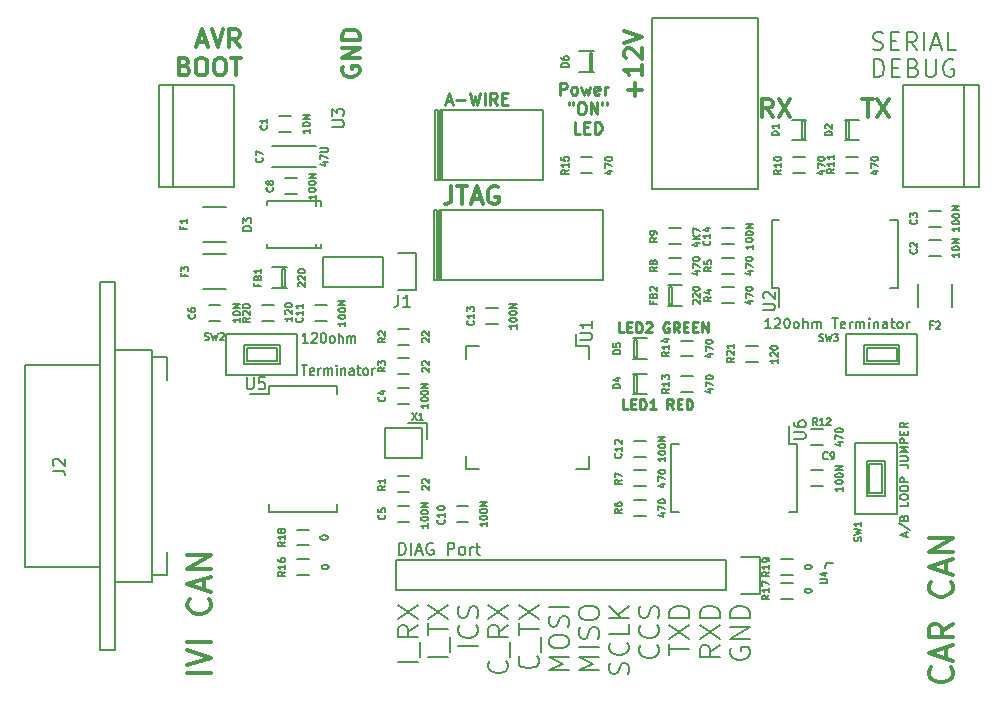
<source format=gto>
G04 #@! TF.FileFunction,Legend,Top*
%FSLAX46Y46*%
G04 Gerber Fmt 4.6, Leading zero omitted, Abs format (unit mm)*
G04 Created by KiCad (PCBNEW 4.0.0-rc1-stable) date 12/17/2015 4:31:31 PM*
%MOMM*%
G01*
G04 APERTURE LIST*
%ADD10C,0.100000*%
%ADD11C,0.200000*%
%ADD12C,0.212500*%
%ADD13C,0.175000*%
%ADD14C,0.375000*%
%ADD15C,0.300000*%
%ADD16C,0.250000*%
%ADD17C,0.150000*%
G04 APERTURE END LIST*
D10*
D11*
X62600000Y-127200000D02*
X63300000Y-127200000D01*
X62600000Y-121300000D02*
X62600000Y-127200000D01*
X62800000Y-121300000D02*
X62600000Y-121300000D01*
X62800000Y-127200000D02*
X62800000Y-121300000D01*
X63000000Y-127200000D02*
X62800000Y-127200000D01*
X63000000Y-121300000D02*
X63000000Y-127200000D01*
X63200000Y-121300000D02*
X63000000Y-121300000D01*
X62700000Y-118700000D02*
X63300000Y-118700000D01*
X62700000Y-112800000D02*
X62700000Y-118700000D01*
X62900000Y-112800000D02*
X62700000Y-112800000D01*
X62900000Y-118700000D02*
X62900000Y-112800000D01*
X63100000Y-118700000D02*
X62900000Y-118700000D01*
X63100000Y-112800000D02*
X63100000Y-118700000D01*
X63300000Y-112800000D02*
X63100000Y-112800000D01*
X63300000Y-112800000D02*
X63300000Y-118700000D01*
X71800000Y-112800000D02*
X63300000Y-112800000D01*
X71800000Y-118700000D02*
X71800000Y-112800000D01*
X63300000Y-118700000D02*
X71800000Y-118700000D01*
X63200000Y-127200000D02*
X63200000Y-121300000D01*
X76900000Y-127200000D02*
X63200000Y-127200000D01*
X76900000Y-121300000D02*
X76900000Y-127200000D01*
X63200000Y-121300000D02*
X76900000Y-121300000D01*
D12*
X78660714Y-131634524D02*
X78255952Y-131634524D01*
X78255952Y-130784524D01*
X78944047Y-131189286D02*
X79227380Y-131189286D01*
X79348809Y-131634524D02*
X78944047Y-131634524D01*
X78944047Y-130784524D01*
X79348809Y-130784524D01*
X79713095Y-131634524D02*
X79713095Y-130784524D01*
X79915476Y-130784524D01*
X80036904Y-130825000D01*
X80117857Y-130905952D01*
X80158333Y-130986905D01*
X80198809Y-131148810D01*
X80198809Y-131270238D01*
X80158333Y-131432143D01*
X80117857Y-131513095D01*
X80036904Y-131594048D01*
X79915476Y-131634524D01*
X79713095Y-131634524D01*
X80522619Y-130865476D02*
X80563095Y-130825000D01*
X80644047Y-130784524D01*
X80846428Y-130784524D01*
X80927381Y-130825000D01*
X80967857Y-130865476D01*
X81008333Y-130946429D01*
X81008333Y-131027381D01*
X80967857Y-131148810D01*
X80482143Y-131634524D01*
X81008333Y-131634524D01*
X82465476Y-130825000D02*
X82384524Y-130784524D01*
X82263095Y-130784524D01*
X82141667Y-130825000D01*
X82060714Y-130905952D01*
X82020238Y-130986905D01*
X81979762Y-131148810D01*
X81979762Y-131270238D01*
X82020238Y-131432143D01*
X82060714Y-131513095D01*
X82141667Y-131594048D01*
X82263095Y-131634524D01*
X82344047Y-131634524D01*
X82465476Y-131594048D01*
X82505952Y-131553571D01*
X82505952Y-131270238D01*
X82344047Y-131270238D01*
X83355952Y-131634524D02*
X83072619Y-131229762D01*
X82870238Y-131634524D02*
X82870238Y-130784524D01*
X83194047Y-130784524D01*
X83275000Y-130825000D01*
X83315476Y-130865476D01*
X83355952Y-130946429D01*
X83355952Y-131067857D01*
X83315476Y-131148810D01*
X83275000Y-131189286D01*
X83194047Y-131229762D01*
X82870238Y-131229762D01*
X83720238Y-131189286D02*
X84003571Y-131189286D01*
X84125000Y-131634524D02*
X83720238Y-131634524D01*
X83720238Y-130784524D01*
X84125000Y-130784524D01*
X84489286Y-131189286D02*
X84772619Y-131189286D01*
X84894048Y-131634524D02*
X84489286Y-131634524D01*
X84489286Y-130784524D01*
X84894048Y-130784524D01*
X85258334Y-131634524D02*
X85258334Y-130784524D01*
X85744048Y-131634524D01*
X85744048Y-130784524D01*
X78990476Y-138134524D02*
X78585714Y-138134524D01*
X78585714Y-137284524D01*
X79273809Y-137689286D02*
X79557142Y-137689286D01*
X79678571Y-138134524D02*
X79273809Y-138134524D01*
X79273809Y-137284524D01*
X79678571Y-137284524D01*
X80042857Y-138134524D02*
X80042857Y-137284524D01*
X80245238Y-137284524D01*
X80366666Y-137325000D01*
X80447619Y-137405952D01*
X80488095Y-137486905D01*
X80528571Y-137648810D01*
X80528571Y-137770238D01*
X80488095Y-137932143D01*
X80447619Y-138013095D01*
X80366666Y-138094048D01*
X80245238Y-138134524D01*
X80042857Y-138134524D01*
X81338095Y-138134524D02*
X80852381Y-138134524D01*
X81095238Y-138134524D02*
X81095238Y-137284524D01*
X81014286Y-137405952D01*
X80933333Y-137486905D01*
X80852381Y-137527381D01*
X82835714Y-138134524D02*
X82552381Y-137729762D01*
X82350000Y-138134524D02*
X82350000Y-137284524D01*
X82673809Y-137284524D01*
X82754762Y-137325000D01*
X82795238Y-137365476D01*
X82835714Y-137446429D01*
X82835714Y-137567857D01*
X82795238Y-137648810D01*
X82754762Y-137689286D01*
X82673809Y-137729762D01*
X82350000Y-137729762D01*
X83200000Y-137689286D02*
X83483333Y-137689286D01*
X83604762Y-138134524D02*
X83200000Y-138134524D01*
X83200000Y-137284524D01*
X83604762Y-137284524D01*
X83969048Y-138134524D02*
X83969048Y-137284524D01*
X84171429Y-137284524D01*
X84292857Y-137325000D01*
X84373810Y-137405952D01*
X84414286Y-137486905D01*
X84454762Y-137648810D01*
X84454762Y-137770238D01*
X84414286Y-137932143D01*
X84373810Y-138013095D01*
X84292857Y-138094048D01*
X84171429Y-138134524D01*
X83969048Y-138134524D01*
D13*
X91094048Y-131284524D02*
X90608334Y-131284524D01*
X90851191Y-131284524D02*
X90851191Y-130434524D01*
X90770239Y-130555952D01*
X90689286Y-130636905D01*
X90608334Y-130677381D01*
X91417858Y-130515476D02*
X91458334Y-130475000D01*
X91539286Y-130434524D01*
X91741667Y-130434524D01*
X91822620Y-130475000D01*
X91863096Y-130515476D01*
X91903572Y-130596429D01*
X91903572Y-130677381D01*
X91863096Y-130798810D01*
X91377382Y-131284524D01*
X91903572Y-131284524D01*
X92429763Y-130434524D02*
X92510715Y-130434524D01*
X92591667Y-130475000D01*
X92632144Y-130515476D01*
X92672620Y-130596429D01*
X92713096Y-130758333D01*
X92713096Y-130960714D01*
X92672620Y-131122619D01*
X92632144Y-131203571D01*
X92591667Y-131244048D01*
X92510715Y-131284524D01*
X92429763Y-131284524D01*
X92348810Y-131244048D01*
X92308334Y-131203571D01*
X92267858Y-131122619D01*
X92227382Y-130960714D01*
X92227382Y-130758333D01*
X92267858Y-130596429D01*
X92308334Y-130515476D01*
X92348810Y-130475000D01*
X92429763Y-130434524D01*
X93198811Y-131284524D02*
X93117858Y-131244048D01*
X93077382Y-131203571D01*
X93036906Y-131122619D01*
X93036906Y-130879762D01*
X93077382Y-130798810D01*
X93117858Y-130758333D01*
X93198811Y-130717857D01*
X93320239Y-130717857D01*
X93401191Y-130758333D01*
X93441668Y-130798810D01*
X93482144Y-130879762D01*
X93482144Y-131122619D01*
X93441668Y-131203571D01*
X93401191Y-131244048D01*
X93320239Y-131284524D01*
X93198811Y-131284524D01*
X93846430Y-131284524D02*
X93846430Y-130434524D01*
X94210716Y-131284524D02*
X94210716Y-130839286D01*
X94170239Y-130758333D01*
X94089287Y-130717857D01*
X93967859Y-130717857D01*
X93886906Y-130758333D01*
X93846430Y-130798810D01*
X94615478Y-131284524D02*
X94615478Y-130717857D01*
X94615478Y-130798810D02*
X94655954Y-130758333D01*
X94736907Y-130717857D01*
X94858335Y-130717857D01*
X94939287Y-130758333D01*
X94979764Y-130839286D01*
X94979764Y-131284524D01*
X94979764Y-130839286D02*
X95020240Y-130758333D01*
X95101192Y-130717857D01*
X95222621Y-130717857D01*
X95303573Y-130758333D01*
X95344049Y-130839286D01*
X95344049Y-131284524D01*
X96275001Y-130434524D02*
X96760716Y-130434524D01*
X96517859Y-131284524D02*
X96517859Y-130434524D01*
X97367858Y-131244048D02*
X97286906Y-131284524D01*
X97125001Y-131284524D01*
X97044049Y-131244048D01*
X97003573Y-131163095D01*
X97003573Y-130839286D01*
X97044049Y-130758333D01*
X97125001Y-130717857D01*
X97286906Y-130717857D01*
X97367858Y-130758333D01*
X97408335Y-130839286D01*
X97408335Y-130920238D01*
X97003573Y-131001190D01*
X97772620Y-131284524D02*
X97772620Y-130717857D01*
X97772620Y-130879762D02*
X97813096Y-130798810D01*
X97853572Y-130758333D01*
X97934525Y-130717857D01*
X98015477Y-130717857D01*
X98298810Y-131284524D02*
X98298810Y-130717857D01*
X98298810Y-130798810D02*
X98339286Y-130758333D01*
X98420239Y-130717857D01*
X98541667Y-130717857D01*
X98622619Y-130758333D01*
X98663096Y-130839286D01*
X98663096Y-131284524D01*
X98663096Y-130839286D02*
X98703572Y-130758333D01*
X98784524Y-130717857D01*
X98905953Y-130717857D01*
X98986905Y-130758333D01*
X99027381Y-130839286D01*
X99027381Y-131284524D01*
X99432143Y-131284524D02*
X99432143Y-130717857D01*
X99432143Y-130434524D02*
X99391667Y-130475000D01*
X99432143Y-130515476D01*
X99472619Y-130475000D01*
X99432143Y-130434524D01*
X99432143Y-130515476D01*
X99836905Y-130717857D02*
X99836905Y-131284524D01*
X99836905Y-130798810D02*
X99877381Y-130758333D01*
X99958334Y-130717857D01*
X100079762Y-130717857D01*
X100160714Y-130758333D01*
X100201191Y-130839286D01*
X100201191Y-131284524D01*
X100970239Y-131284524D02*
X100970239Y-130839286D01*
X100929762Y-130758333D01*
X100848810Y-130717857D01*
X100686905Y-130717857D01*
X100605953Y-130758333D01*
X100970239Y-131244048D02*
X100889286Y-131284524D01*
X100686905Y-131284524D01*
X100605953Y-131244048D01*
X100565477Y-131163095D01*
X100565477Y-131082143D01*
X100605953Y-131001190D01*
X100686905Y-130960714D01*
X100889286Y-130960714D01*
X100970239Y-130920238D01*
X101253572Y-130717857D02*
X101577382Y-130717857D01*
X101375001Y-130434524D02*
X101375001Y-131163095D01*
X101415477Y-131244048D01*
X101496430Y-131284524D01*
X101577382Y-131284524D01*
X101982144Y-131284524D02*
X101901191Y-131244048D01*
X101860715Y-131203571D01*
X101820239Y-131122619D01*
X101820239Y-130879762D01*
X101860715Y-130798810D01*
X101901191Y-130758333D01*
X101982144Y-130717857D01*
X102103572Y-130717857D01*
X102184524Y-130758333D01*
X102225001Y-130798810D01*
X102265477Y-130879762D01*
X102265477Y-131122619D01*
X102225001Y-131203571D01*
X102184524Y-131244048D01*
X102103572Y-131284524D01*
X101982144Y-131284524D01*
X102629763Y-131284524D02*
X102629763Y-130717857D01*
X102629763Y-130879762D02*
X102670239Y-130798810D01*
X102710715Y-130758333D01*
X102791668Y-130717857D01*
X102872620Y-130717857D01*
X51909524Y-132519524D02*
X51452381Y-132519524D01*
X51680952Y-132519524D02*
X51680952Y-131669524D01*
X51604762Y-131790952D01*
X51528571Y-131871905D01*
X51452381Y-131912381D01*
X52214286Y-131750476D02*
X52252381Y-131710000D01*
X52328572Y-131669524D01*
X52519048Y-131669524D01*
X52595238Y-131710000D01*
X52633334Y-131750476D01*
X52671429Y-131831429D01*
X52671429Y-131912381D01*
X52633334Y-132033810D01*
X52176191Y-132519524D01*
X52671429Y-132519524D01*
X53166667Y-131669524D02*
X53242858Y-131669524D01*
X53319048Y-131710000D01*
X53357143Y-131750476D01*
X53395239Y-131831429D01*
X53433334Y-131993333D01*
X53433334Y-132195714D01*
X53395239Y-132357619D01*
X53357143Y-132438571D01*
X53319048Y-132479048D01*
X53242858Y-132519524D01*
X53166667Y-132519524D01*
X53090477Y-132479048D01*
X53052381Y-132438571D01*
X53014286Y-132357619D01*
X52976191Y-132195714D01*
X52976191Y-131993333D01*
X53014286Y-131831429D01*
X53052381Y-131750476D01*
X53090477Y-131710000D01*
X53166667Y-131669524D01*
X53890477Y-132519524D02*
X53814286Y-132479048D01*
X53776191Y-132438571D01*
X53738096Y-132357619D01*
X53738096Y-132114762D01*
X53776191Y-132033810D01*
X53814286Y-131993333D01*
X53890477Y-131952857D01*
X54004763Y-131952857D01*
X54080953Y-131993333D01*
X54119048Y-132033810D01*
X54157144Y-132114762D01*
X54157144Y-132357619D01*
X54119048Y-132438571D01*
X54080953Y-132479048D01*
X54004763Y-132519524D01*
X53890477Y-132519524D01*
X54500001Y-132519524D02*
X54500001Y-131669524D01*
X54842858Y-132519524D02*
X54842858Y-132074286D01*
X54804763Y-131993333D01*
X54728573Y-131952857D01*
X54614287Y-131952857D01*
X54538096Y-131993333D01*
X54500001Y-132033810D01*
X55223811Y-132519524D02*
X55223811Y-131952857D01*
X55223811Y-132033810D02*
X55261906Y-131993333D01*
X55338097Y-131952857D01*
X55452383Y-131952857D01*
X55528573Y-131993333D01*
X55566668Y-132074286D01*
X55566668Y-132519524D01*
X55566668Y-132074286D02*
X55604764Y-131993333D01*
X55680954Y-131952857D01*
X55795240Y-131952857D01*
X55871430Y-131993333D01*
X55909525Y-132074286D01*
X55909525Y-132519524D01*
X51376190Y-134399524D02*
X51833333Y-134399524D01*
X51604762Y-135249524D02*
X51604762Y-134399524D01*
X52404762Y-135209048D02*
X52328572Y-135249524D01*
X52176191Y-135249524D01*
X52100000Y-135209048D01*
X52061905Y-135128095D01*
X52061905Y-134804286D01*
X52100000Y-134723333D01*
X52176191Y-134682857D01*
X52328572Y-134682857D01*
X52404762Y-134723333D01*
X52442857Y-134804286D01*
X52442857Y-134885238D01*
X52061905Y-134966190D01*
X52785714Y-135249524D02*
X52785714Y-134682857D01*
X52785714Y-134844762D02*
X52823809Y-134763810D01*
X52861905Y-134723333D01*
X52938095Y-134682857D01*
X53014286Y-134682857D01*
X53280952Y-135249524D02*
X53280952Y-134682857D01*
X53280952Y-134763810D02*
X53319047Y-134723333D01*
X53395238Y-134682857D01*
X53509524Y-134682857D01*
X53585714Y-134723333D01*
X53623809Y-134804286D01*
X53623809Y-135249524D01*
X53623809Y-134804286D02*
X53661905Y-134723333D01*
X53738095Y-134682857D01*
X53852381Y-134682857D01*
X53928571Y-134723333D01*
X53966666Y-134804286D01*
X53966666Y-135249524D01*
X54347619Y-135249524D02*
X54347619Y-134682857D01*
X54347619Y-134399524D02*
X54309524Y-134440000D01*
X54347619Y-134480476D01*
X54385714Y-134440000D01*
X54347619Y-134399524D01*
X54347619Y-134480476D01*
X54728571Y-134682857D02*
X54728571Y-135249524D01*
X54728571Y-134763810D02*
X54766666Y-134723333D01*
X54842857Y-134682857D01*
X54957143Y-134682857D01*
X55033333Y-134723333D01*
X55071428Y-134804286D01*
X55071428Y-135249524D01*
X55795238Y-135249524D02*
X55795238Y-134804286D01*
X55757143Y-134723333D01*
X55680953Y-134682857D01*
X55528572Y-134682857D01*
X55452381Y-134723333D01*
X55795238Y-135209048D02*
X55719048Y-135249524D01*
X55528572Y-135249524D01*
X55452381Y-135209048D01*
X55414286Y-135128095D01*
X55414286Y-135047143D01*
X55452381Y-134966190D01*
X55528572Y-134925714D01*
X55719048Y-134925714D01*
X55795238Y-134885238D01*
X56061905Y-134682857D02*
X56366667Y-134682857D01*
X56176191Y-134399524D02*
X56176191Y-135128095D01*
X56214286Y-135209048D01*
X56290477Y-135249524D01*
X56366667Y-135249524D01*
X56747620Y-135249524D02*
X56671429Y-135209048D01*
X56633334Y-135168571D01*
X56595239Y-135087619D01*
X56595239Y-134844762D01*
X56633334Y-134763810D01*
X56671429Y-134723333D01*
X56747620Y-134682857D01*
X56861906Y-134682857D01*
X56938096Y-134723333D01*
X56976191Y-134763810D01*
X57014287Y-134844762D01*
X57014287Y-135087619D01*
X56976191Y-135168571D01*
X56938096Y-135209048D01*
X56861906Y-135249524D01*
X56747620Y-135249524D01*
X57357144Y-135249524D02*
X57357144Y-134682857D01*
X57357144Y-134844762D02*
X57395239Y-134763810D01*
X57433335Y-134723333D01*
X57509525Y-134682857D01*
X57585716Y-134682857D01*
D14*
X106314286Y-160004762D02*
X106409524Y-160100000D01*
X106504762Y-160385715D01*
X106504762Y-160576191D01*
X106409524Y-160861905D01*
X106219048Y-161052381D01*
X106028571Y-161147620D01*
X105647619Y-161242858D01*
X105361905Y-161242858D01*
X104980952Y-161147620D01*
X104790476Y-161052381D01*
X104600000Y-160861905D01*
X104504762Y-160576191D01*
X104504762Y-160385715D01*
X104600000Y-160100000D01*
X104695238Y-160004762D01*
X105933333Y-159242858D02*
X105933333Y-158290477D01*
X106504762Y-159433334D02*
X104504762Y-158766667D01*
X106504762Y-158100000D01*
X106504762Y-156290476D02*
X105552381Y-156957143D01*
X106504762Y-157433334D02*
X104504762Y-157433334D01*
X104504762Y-156671429D01*
X104600000Y-156480953D01*
X104695238Y-156385714D01*
X104885714Y-156290476D01*
X105171429Y-156290476D01*
X105361905Y-156385714D01*
X105457143Y-156480953D01*
X105552381Y-156671429D01*
X105552381Y-157433334D01*
X106314286Y-152766666D02*
X106409524Y-152861904D01*
X106504762Y-153147619D01*
X106504762Y-153338095D01*
X106409524Y-153623809D01*
X106219048Y-153814285D01*
X106028571Y-153909524D01*
X105647619Y-154004762D01*
X105361905Y-154004762D01*
X104980952Y-153909524D01*
X104790476Y-153814285D01*
X104600000Y-153623809D01*
X104504762Y-153338095D01*
X104504762Y-153147619D01*
X104600000Y-152861904D01*
X104695238Y-152766666D01*
X105933333Y-152004762D02*
X105933333Y-151052381D01*
X106504762Y-152195238D02*
X104504762Y-151528571D01*
X106504762Y-150861904D01*
X106504762Y-150195238D02*
X104504762Y-150195238D01*
X106504762Y-149052380D01*
X104504762Y-149052380D01*
D15*
X54850000Y-109142857D02*
X54778571Y-109285714D01*
X54778571Y-109500000D01*
X54850000Y-109714285D01*
X54992857Y-109857143D01*
X55135714Y-109928571D01*
X55421429Y-110000000D01*
X55635714Y-110000000D01*
X55921429Y-109928571D01*
X56064286Y-109857143D01*
X56207143Y-109714285D01*
X56278571Y-109500000D01*
X56278571Y-109357143D01*
X56207143Y-109142857D01*
X56135714Y-109071428D01*
X55635714Y-109071428D01*
X55635714Y-109357143D01*
X56278571Y-108428571D02*
X54778571Y-108428571D01*
X56278571Y-107571428D01*
X54778571Y-107571428D01*
X56278571Y-106857142D02*
X54778571Y-106857142D01*
X54778571Y-106499999D01*
X54850000Y-106285714D01*
X54992857Y-106142856D01*
X55135714Y-106071428D01*
X55421429Y-105999999D01*
X55635714Y-105999999D01*
X55921429Y-106071428D01*
X56064286Y-106142856D01*
X56207143Y-106285714D01*
X56278571Y-106499999D01*
X56278571Y-106857142D01*
D16*
X73242857Y-111502381D02*
X73242857Y-110502381D01*
X73623810Y-110502381D01*
X73719048Y-110550000D01*
X73766667Y-110597619D01*
X73814286Y-110692857D01*
X73814286Y-110835714D01*
X73766667Y-110930952D01*
X73719048Y-110978571D01*
X73623810Y-111026190D01*
X73242857Y-111026190D01*
X74385714Y-111502381D02*
X74290476Y-111454762D01*
X74242857Y-111407143D01*
X74195238Y-111311905D01*
X74195238Y-111026190D01*
X74242857Y-110930952D01*
X74290476Y-110883333D01*
X74385714Y-110835714D01*
X74528572Y-110835714D01*
X74623810Y-110883333D01*
X74671429Y-110930952D01*
X74719048Y-111026190D01*
X74719048Y-111311905D01*
X74671429Y-111407143D01*
X74623810Y-111454762D01*
X74528572Y-111502381D01*
X74385714Y-111502381D01*
X75052381Y-110835714D02*
X75242857Y-111502381D01*
X75433334Y-111026190D01*
X75623810Y-111502381D01*
X75814286Y-110835714D01*
X76576191Y-111454762D02*
X76480953Y-111502381D01*
X76290476Y-111502381D01*
X76195238Y-111454762D01*
X76147619Y-111359524D01*
X76147619Y-110978571D01*
X76195238Y-110883333D01*
X76290476Y-110835714D01*
X76480953Y-110835714D01*
X76576191Y-110883333D01*
X76623810Y-110978571D01*
X76623810Y-111073810D01*
X76147619Y-111169048D01*
X77052381Y-111502381D02*
X77052381Y-110835714D01*
X77052381Y-111026190D02*
X77100000Y-110930952D01*
X77147619Y-110883333D01*
X77242857Y-110835714D01*
X77338096Y-110835714D01*
X73980952Y-112152381D02*
X73980952Y-112342857D01*
X74361905Y-112152381D02*
X74361905Y-112342857D01*
X74980952Y-112152381D02*
X75171429Y-112152381D01*
X75266667Y-112200000D01*
X75361905Y-112295238D01*
X75409524Y-112485714D01*
X75409524Y-112819048D01*
X75361905Y-113009524D01*
X75266667Y-113104762D01*
X75171429Y-113152381D01*
X74980952Y-113152381D01*
X74885714Y-113104762D01*
X74790476Y-113009524D01*
X74742857Y-112819048D01*
X74742857Y-112485714D01*
X74790476Y-112295238D01*
X74885714Y-112200000D01*
X74980952Y-112152381D01*
X75838095Y-113152381D02*
X75838095Y-112152381D01*
X76409524Y-113152381D01*
X76409524Y-112152381D01*
X76838095Y-112152381D02*
X76838095Y-112342857D01*
X77219048Y-112152381D02*
X77219048Y-112342857D01*
X74957143Y-114802381D02*
X74480952Y-114802381D01*
X74480952Y-113802381D01*
X75290476Y-114278571D02*
X75623810Y-114278571D01*
X75766667Y-114802381D02*
X75290476Y-114802381D01*
X75290476Y-113802381D01*
X75766667Y-113802381D01*
X76195238Y-114802381D02*
X76195238Y-113802381D01*
X76433333Y-113802381D01*
X76576191Y-113850000D01*
X76671429Y-113945238D01*
X76719048Y-114040476D01*
X76766667Y-114230952D01*
X76766667Y-114373810D01*
X76719048Y-114564286D01*
X76671429Y-114659524D01*
X76576191Y-114754762D01*
X76433333Y-114802381D01*
X76195238Y-114802381D01*
D14*
X43704762Y-160500001D02*
X41704762Y-160500001D01*
X41704762Y-159833334D02*
X43704762Y-159166667D01*
X41704762Y-158500000D01*
X43704762Y-157833334D02*
X41704762Y-157833334D01*
X43514286Y-154214285D02*
X43609524Y-154309523D01*
X43704762Y-154595238D01*
X43704762Y-154785714D01*
X43609524Y-155071428D01*
X43419048Y-155261904D01*
X43228571Y-155357143D01*
X42847619Y-155452381D01*
X42561905Y-155452381D01*
X42180952Y-155357143D01*
X41990476Y-155261904D01*
X41800000Y-155071428D01*
X41704762Y-154785714D01*
X41704762Y-154595238D01*
X41800000Y-154309523D01*
X41895238Y-154214285D01*
X43133333Y-153452381D02*
X43133333Y-152500000D01*
X43704762Y-153642857D02*
X41704762Y-152976190D01*
X43704762Y-152309523D01*
X43704762Y-151642857D02*
X41704762Y-151642857D01*
X43704762Y-150499999D01*
X41704762Y-150499999D01*
D13*
X102516667Y-148933332D02*
X102516667Y-148599998D01*
X102716667Y-148999998D02*
X102016667Y-148766665D01*
X102716667Y-148533332D01*
X101983333Y-147799998D02*
X102883333Y-148399998D01*
X102350000Y-147333332D02*
X102383333Y-147233332D01*
X102416667Y-147199999D01*
X102483333Y-147166665D01*
X102583333Y-147166665D01*
X102650000Y-147199999D01*
X102683333Y-147233332D01*
X102716667Y-147299999D01*
X102716667Y-147566665D01*
X102016667Y-147566665D01*
X102016667Y-147333332D01*
X102050000Y-147266665D01*
X102083333Y-147233332D01*
X102150000Y-147199999D01*
X102216667Y-147199999D01*
X102283333Y-147233332D01*
X102316667Y-147266665D01*
X102350000Y-147333332D01*
X102350000Y-147566665D01*
X102716667Y-145999999D02*
X102716667Y-146333332D01*
X102016667Y-146333332D01*
X102016667Y-145633332D02*
X102016667Y-145499999D01*
X102050000Y-145433332D01*
X102116667Y-145366665D01*
X102250000Y-145333332D01*
X102483333Y-145333332D01*
X102616667Y-145366665D01*
X102683333Y-145433332D01*
X102716667Y-145499999D01*
X102716667Y-145633332D01*
X102683333Y-145699999D01*
X102616667Y-145766665D01*
X102483333Y-145799999D01*
X102250000Y-145799999D01*
X102116667Y-145766665D01*
X102050000Y-145699999D01*
X102016667Y-145633332D01*
X102016667Y-144899999D02*
X102016667Y-144766666D01*
X102050000Y-144699999D01*
X102116667Y-144633332D01*
X102250000Y-144599999D01*
X102483333Y-144599999D01*
X102616667Y-144633332D01*
X102683333Y-144699999D01*
X102716667Y-144766666D01*
X102716667Y-144899999D01*
X102683333Y-144966666D01*
X102616667Y-145033332D01*
X102483333Y-145066666D01*
X102250000Y-145066666D01*
X102116667Y-145033332D01*
X102050000Y-144966666D01*
X102016667Y-144899999D01*
X102716667Y-144299999D02*
X102016667Y-144299999D01*
X102016667Y-144033333D01*
X102050000Y-143966666D01*
X102083333Y-143933333D01*
X102150000Y-143899999D01*
X102250000Y-143899999D01*
X102316667Y-143933333D01*
X102350000Y-143966666D01*
X102383333Y-144033333D01*
X102383333Y-144299999D01*
X102016667Y-142866666D02*
X102516667Y-142866666D01*
X102616667Y-142900000D01*
X102683333Y-142966666D01*
X102716667Y-143066666D01*
X102716667Y-143133333D01*
X102016667Y-142533333D02*
X102583333Y-142533333D01*
X102650000Y-142500000D01*
X102683333Y-142466667D01*
X102716667Y-142400000D01*
X102716667Y-142266667D01*
X102683333Y-142200000D01*
X102650000Y-142166667D01*
X102583333Y-142133333D01*
X102016667Y-142133333D01*
X102716667Y-141800000D02*
X102016667Y-141800000D01*
X102516667Y-141566667D01*
X102016667Y-141333334D01*
X102716667Y-141333334D01*
X102716667Y-141000000D02*
X102016667Y-141000000D01*
X102016667Y-140733334D01*
X102050000Y-140666667D01*
X102083333Y-140633334D01*
X102150000Y-140600000D01*
X102250000Y-140600000D01*
X102316667Y-140633334D01*
X102350000Y-140666667D01*
X102383333Y-140733334D01*
X102383333Y-141000000D01*
X102350000Y-140300000D02*
X102350000Y-140066667D01*
X102716667Y-139966667D02*
X102716667Y-140300000D01*
X102016667Y-140300000D01*
X102016667Y-139966667D01*
X102716667Y-139266667D02*
X102383333Y-139500001D01*
X102716667Y-139666667D02*
X102016667Y-139666667D01*
X102016667Y-139400001D01*
X102050000Y-139333334D01*
X102083333Y-139300001D01*
X102150000Y-139266667D01*
X102250000Y-139266667D01*
X102316667Y-139300001D01*
X102350000Y-139333334D01*
X102383333Y-139400001D01*
X102383333Y-139666667D01*
D15*
X91250001Y-113378571D02*
X90750001Y-112664286D01*
X90392858Y-113378571D02*
X90392858Y-111878571D01*
X90964286Y-111878571D01*
X91107144Y-111950000D01*
X91178572Y-112021429D01*
X91250001Y-112164286D01*
X91250001Y-112378571D01*
X91178572Y-112521429D01*
X91107144Y-112592857D01*
X90964286Y-112664286D01*
X90392858Y-112664286D01*
X91750001Y-111878571D02*
X92750001Y-113378571D01*
X92750001Y-111878571D02*
X91750001Y-113378571D01*
X98857143Y-111878571D02*
X99714286Y-111878571D01*
X99285715Y-113378571D02*
X99285715Y-111878571D01*
X100071429Y-111878571D02*
X101071429Y-113378571D01*
X101071429Y-111878571D02*
X100071429Y-113378571D01*
D13*
X99735714Y-107669643D02*
X99950000Y-107741071D01*
X100307143Y-107741071D01*
X100450000Y-107669643D01*
X100521429Y-107598214D01*
X100592857Y-107455357D01*
X100592857Y-107312500D01*
X100521429Y-107169643D01*
X100450000Y-107098214D01*
X100307143Y-107026786D01*
X100021429Y-106955357D01*
X99878571Y-106883929D01*
X99807143Y-106812500D01*
X99735714Y-106669643D01*
X99735714Y-106526786D01*
X99807143Y-106383929D01*
X99878571Y-106312500D01*
X100021429Y-106241071D01*
X100378571Y-106241071D01*
X100592857Y-106312500D01*
X101235714Y-106955357D02*
X101735714Y-106955357D01*
X101950000Y-107741071D02*
X101235714Y-107741071D01*
X101235714Y-106241071D01*
X101950000Y-106241071D01*
X103450000Y-107741071D02*
X102950000Y-107026786D01*
X102592857Y-107741071D02*
X102592857Y-106241071D01*
X103164285Y-106241071D01*
X103307143Y-106312500D01*
X103378571Y-106383929D01*
X103450000Y-106526786D01*
X103450000Y-106741071D01*
X103378571Y-106883929D01*
X103307143Y-106955357D01*
X103164285Y-107026786D01*
X102592857Y-107026786D01*
X104092857Y-107741071D02*
X104092857Y-106241071D01*
X104735714Y-107312500D02*
X105450000Y-107312500D01*
X104592857Y-107741071D02*
X105092857Y-106241071D01*
X105592857Y-107741071D01*
X106807143Y-107741071D02*
X106092857Y-107741071D01*
X106092857Y-106241071D01*
X99842857Y-110016071D02*
X99842857Y-108516071D01*
X100200000Y-108516071D01*
X100414285Y-108587500D01*
X100557143Y-108730357D01*
X100628571Y-108873214D01*
X100700000Y-109158929D01*
X100700000Y-109373214D01*
X100628571Y-109658929D01*
X100557143Y-109801786D01*
X100414285Y-109944643D01*
X100200000Y-110016071D01*
X99842857Y-110016071D01*
X101342857Y-109230357D02*
X101842857Y-109230357D01*
X102057143Y-110016071D02*
X101342857Y-110016071D01*
X101342857Y-108516071D01*
X102057143Y-108516071D01*
X103200000Y-109230357D02*
X103414286Y-109301786D01*
X103485714Y-109373214D01*
X103557143Y-109516071D01*
X103557143Y-109730357D01*
X103485714Y-109873214D01*
X103414286Y-109944643D01*
X103271428Y-110016071D01*
X102700000Y-110016071D01*
X102700000Y-108516071D01*
X103200000Y-108516071D01*
X103342857Y-108587500D01*
X103414286Y-108658929D01*
X103485714Y-108801786D01*
X103485714Y-108944643D01*
X103414286Y-109087500D01*
X103342857Y-109158929D01*
X103200000Y-109230357D01*
X102700000Y-109230357D01*
X104200000Y-108516071D02*
X104200000Y-109730357D01*
X104271428Y-109873214D01*
X104342857Y-109944643D01*
X104485714Y-110016071D01*
X104771428Y-110016071D01*
X104914286Y-109944643D01*
X104985714Y-109873214D01*
X105057143Y-109730357D01*
X105057143Y-108516071D01*
X106557143Y-108587500D02*
X106414286Y-108516071D01*
X106200000Y-108516071D01*
X105985715Y-108587500D01*
X105842857Y-108730357D01*
X105771429Y-108873214D01*
X105700000Y-109158929D01*
X105700000Y-109373214D01*
X105771429Y-109658929D01*
X105842857Y-109801786D01*
X105985715Y-109944643D01*
X106200000Y-110016071D01*
X106342857Y-110016071D01*
X106557143Y-109944643D01*
X106628572Y-109873214D01*
X106628572Y-109373214D01*
X106342857Y-109373214D01*
D15*
X42614286Y-107050000D02*
X43328572Y-107050000D01*
X42471429Y-107478571D02*
X42971429Y-105978571D01*
X43471429Y-107478571D01*
X43757143Y-105978571D02*
X44257143Y-107478571D01*
X44757143Y-105978571D01*
X46114286Y-107478571D02*
X45614286Y-106764286D01*
X45257143Y-107478571D02*
X45257143Y-105978571D01*
X45828571Y-105978571D01*
X45971429Y-106050000D01*
X46042857Y-106121429D01*
X46114286Y-106264286D01*
X46114286Y-106478571D01*
X46042857Y-106621429D01*
X45971429Y-106692857D01*
X45828571Y-106764286D01*
X45257143Y-106764286D01*
X41471428Y-109092857D02*
X41685714Y-109164286D01*
X41757142Y-109235714D01*
X41828571Y-109378571D01*
X41828571Y-109592857D01*
X41757142Y-109735714D01*
X41685714Y-109807143D01*
X41542856Y-109878571D01*
X40971428Y-109878571D01*
X40971428Y-108378571D01*
X41471428Y-108378571D01*
X41614285Y-108450000D01*
X41685714Y-108521429D01*
X41757142Y-108664286D01*
X41757142Y-108807143D01*
X41685714Y-108950000D01*
X41614285Y-109021429D01*
X41471428Y-109092857D01*
X40971428Y-109092857D01*
X42757142Y-108378571D02*
X43042856Y-108378571D01*
X43185714Y-108450000D01*
X43328571Y-108592857D01*
X43399999Y-108878571D01*
X43399999Y-109378571D01*
X43328571Y-109664286D01*
X43185714Y-109807143D01*
X43042856Y-109878571D01*
X42757142Y-109878571D01*
X42614285Y-109807143D01*
X42471428Y-109664286D01*
X42399999Y-109378571D01*
X42399999Y-108878571D01*
X42471428Y-108592857D01*
X42614285Y-108450000D01*
X42757142Y-108378571D01*
X44328571Y-108378571D02*
X44614285Y-108378571D01*
X44757143Y-108450000D01*
X44900000Y-108592857D01*
X44971428Y-108878571D01*
X44971428Y-109378571D01*
X44900000Y-109664286D01*
X44757143Y-109807143D01*
X44614285Y-109878571D01*
X44328571Y-109878571D01*
X44185714Y-109807143D01*
X44042857Y-109664286D01*
X43971428Y-109378571D01*
X43971428Y-108878571D01*
X44042857Y-108592857D01*
X44185714Y-108450000D01*
X44328571Y-108378571D01*
X45400000Y-108378571D02*
X46257143Y-108378571D01*
X45828572Y-109878571D02*
X45828572Y-108378571D01*
X79607143Y-111642856D02*
X79607143Y-110499999D01*
X80178571Y-111071428D02*
X79035714Y-111071428D01*
X80178571Y-108999999D02*
X80178571Y-109857142D01*
X80178571Y-109428570D02*
X78678571Y-109428570D01*
X78892857Y-109571427D01*
X79035714Y-109714285D01*
X79107143Y-109857142D01*
X78821429Y-108428571D02*
X78750000Y-108357142D01*
X78678571Y-108214285D01*
X78678571Y-107857142D01*
X78750000Y-107714285D01*
X78821429Y-107642856D01*
X78964286Y-107571428D01*
X79107143Y-107571428D01*
X79321429Y-107642856D01*
X80178571Y-108499999D01*
X80178571Y-107571428D01*
X78678571Y-107142857D02*
X80178571Y-106642857D01*
X78678571Y-106142857D01*
X64050000Y-119278571D02*
X64050000Y-120350000D01*
X63978572Y-120564286D01*
X63835715Y-120707143D01*
X63621429Y-120778571D01*
X63478572Y-120778571D01*
X64550000Y-119278571D02*
X65407143Y-119278571D01*
X64978572Y-120778571D02*
X64978572Y-119278571D01*
X65835714Y-120350000D02*
X66550000Y-120350000D01*
X65692857Y-120778571D02*
X66192857Y-119278571D01*
X66692857Y-120778571D01*
X67978571Y-119350000D02*
X67835714Y-119278571D01*
X67621428Y-119278571D01*
X67407143Y-119350000D01*
X67264285Y-119492857D01*
X67192857Y-119635714D01*
X67121428Y-119921429D01*
X67121428Y-120135714D01*
X67192857Y-120421429D01*
X67264285Y-120564286D01*
X67407143Y-120707143D01*
X67621428Y-120778571D01*
X67764285Y-120778571D01*
X67978571Y-120707143D01*
X68050000Y-120635714D01*
X68050000Y-120135714D01*
X67764285Y-120135714D01*
D16*
X63580953Y-112066667D02*
X64057144Y-112066667D01*
X63485715Y-112352381D02*
X63819048Y-111352381D01*
X64152382Y-112352381D01*
X64485715Y-111971429D02*
X65247620Y-111971429D01*
X65628572Y-111352381D02*
X65866667Y-112352381D01*
X66057144Y-111638095D01*
X66247620Y-112352381D01*
X66485715Y-111352381D01*
X66866667Y-112352381D02*
X66866667Y-111352381D01*
X67914286Y-112352381D02*
X67580952Y-111876190D01*
X67342857Y-112352381D02*
X67342857Y-111352381D01*
X67723810Y-111352381D01*
X67819048Y-111400000D01*
X67866667Y-111447619D01*
X67914286Y-111542857D01*
X67914286Y-111685714D01*
X67866667Y-111780952D01*
X67819048Y-111828571D01*
X67723810Y-111876190D01*
X67342857Y-111876190D01*
X68342857Y-111828571D02*
X68676191Y-111828571D01*
X68819048Y-112352381D02*
X68342857Y-112352381D01*
X68342857Y-111352381D01*
X68819048Y-111352381D01*
D13*
X61216548Y-159519048D02*
X59516548Y-159519048D01*
X61378452Y-159114286D02*
X61378452Y-157819048D01*
X61216548Y-156442858D02*
X60407024Y-157009524D01*
X61216548Y-157414286D02*
X59516548Y-157414286D01*
X59516548Y-156766667D01*
X59597500Y-156604762D01*
X59678452Y-156523810D01*
X59840357Y-156442858D01*
X60083214Y-156442858D01*
X60245119Y-156523810D01*
X60326071Y-156604762D01*
X60407024Y-156766667D01*
X60407024Y-157414286D01*
X59516548Y-155876191D02*
X61216548Y-154742858D01*
X59516548Y-154742858D02*
X61216548Y-155876191D01*
X63771548Y-159114286D02*
X62071548Y-159114286D01*
X63933452Y-158709524D02*
X63933452Y-157414286D01*
X62071548Y-157252381D02*
X62071548Y-156280953D01*
X63771548Y-156766667D02*
X62071548Y-156766667D01*
X62071548Y-155876191D02*
X63771548Y-154742858D01*
X62071548Y-154742858D02*
X63771548Y-155876191D01*
X66326548Y-158223810D02*
X64626548Y-158223810D01*
X66164643Y-156442858D02*
X66245595Y-156523810D01*
X66326548Y-156766667D01*
X66326548Y-156928572D01*
X66245595Y-157171429D01*
X66083690Y-157333334D01*
X65921786Y-157414286D01*
X65597976Y-157495238D01*
X65355119Y-157495238D01*
X65031310Y-157414286D01*
X64869405Y-157333334D01*
X64707500Y-157171429D01*
X64626548Y-156928572D01*
X64626548Y-156766667D01*
X64707500Y-156523810D01*
X64788452Y-156442858D01*
X66245595Y-155795238D02*
X66326548Y-155552381D01*
X66326548Y-155147619D01*
X66245595Y-154985715D01*
X66164643Y-154904762D01*
X66002738Y-154823810D01*
X65840833Y-154823810D01*
X65678929Y-154904762D01*
X65597976Y-154985715D01*
X65517024Y-155147619D01*
X65436071Y-155471429D01*
X65355119Y-155633334D01*
X65274167Y-155714286D01*
X65112262Y-155795238D01*
X64950357Y-155795238D01*
X64788452Y-155714286D01*
X64707500Y-155633334D01*
X64626548Y-155471429D01*
X64626548Y-155066667D01*
X64707500Y-154823810D01*
X68719643Y-159438096D02*
X68800595Y-159519048D01*
X68881548Y-159761905D01*
X68881548Y-159923810D01*
X68800595Y-160166667D01*
X68638690Y-160328572D01*
X68476786Y-160409524D01*
X68152976Y-160490476D01*
X67910119Y-160490476D01*
X67586310Y-160409524D01*
X67424405Y-160328572D01*
X67262500Y-160166667D01*
X67181548Y-159923810D01*
X67181548Y-159761905D01*
X67262500Y-159519048D01*
X67343452Y-159438096D01*
X69043452Y-159114286D02*
X69043452Y-157819048D01*
X68881548Y-156442858D02*
X68072024Y-157009524D01*
X68881548Y-157414286D02*
X67181548Y-157414286D01*
X67181548Y-156766667D01*
X67262500Y-156604762D01*
X67343452Y-156523810D01*
X67505357Y-156442858D01*
X67748214Y-156442858D01*
X67910119Y-156523810D01*
X67991071Y-156604762D01*
X68072024Y-156766667D01*
X68072024Y-157414286D01*
X67181548Y-155876191D02*
X68881548Y-154742858D01*
X67181548Y-154742858D02*
X68881548Y-155876191D01*
X71274643Y-159033334D02*
X71355595Y-159114286D01*
X71436548Y-159357143D01*
X71436548Y-159519048D01*
X71355595Y-159761905D01*
X71193690Y-159923810D01*
X71031786Y-160004762D01*
X70707976Y-160085714D01*
X70465119Y-160085714D01*
X70141310Y-160004762D01*
X69979405Y-159923810D01*
X69817500Y-159761905D01*
X69736548Y-159519048D01*
X69736548Y-159357143D01*
X69817500Y-159114286D01*
X69898452Y-159033334D01*
X71598452Y-158709524D02*
X71598452Y-157414286D01*
X69736548Y-157252381D02*
X69736548Y-156280953D01*
X71436548Y-156766667D02*
X69736548Y-156766667D01*
X69736548Y-155876191D02*
X71436548Y-154742858D01*
X69736548Y-154742858D02*
X71436548Y-155876191D01*
X73991548Y-160247619D02*
X72291548Y-160247619D01*
X73505833Y-159680952D01*
X72291548Y-159114286D01*
X73991548Y-159114286D01*
X72291548Y-157980953D02*
X72291548Y-157657143D01*
X72372500Y-157495238D01*
X72534405Y-157333334D01*
X72858214Y-157252381D01*
X73424881Y-157252381D01*
X73748690Y-157333334D01*
X73910595Y-157495238D01*
X73991548Y-157657143D01*
X73991548Y-157980953D01*
X73910595Y-158142857D01*
X73748690Y-158304762D01*
X73424881Y-158385714D01*
X72858214Y-158385714D01*
X72534405Y-158304762D01*
X72372500Y-158142857D01*
X72291548Y-157980953D01*
X73910595Y-156604762D02*
X73991548Y-156361905D01*
X73991548Y-155957143D01*
X73910595Y-155795239D01*
X73829643Y-155714286D01*
X73667738Y-155633334D01*
X73505833Y-155633334D01*
X73343929Y-155714286D01*
X73262976Y-155795239D01*
X73182024Y-155957143D01*
X73101071Y-156280953D01*
X73020119Y-156442858D01*
X72939167Y-156523810D01*
X72777262Y-156604762D01*
X72615357Y-156604762D01*
X72453452Y-156523810D01*
X72372500Y-156442858D01*
X72291548Y-156280953D01*
X72291548Y-155876191D01*
X72372500Y-155633334D01*
X73991548Y-154904762D02*
X72291548Y-154904762D01*
X76546548Y-160247619D02*
X74846548Y-160247619D01*
X76060833Y-159680952D01*
X74846548Y-159114286D01*
X76546548Y-159114286D01*
X76546548Y-158304762D02*
X74846548Y-158304762D01*
X76465595Y-157576190D02*
X76546548Y-157333333D01*
X76546548Y-156928571D01*
X76465595Y-156766667D01*
X76384643Y-156685714D01*
X76222738Y-156604762D01*
X76060833Y-156604762D01*
X75898929Y-156685714D01*
X75817976Y-156766667D01*
X75737024Y-156928571D01*
X75656071Y-157252381D01*
X75575119Y-157414286D01*
X75494167Y-157495238D01*
X75332262Y-157576190D01*
X75170357Y-157576190D01*
X75008452Y-157495238D01*
X74927500Y-157414286D01*
X74846548Y-157252381D01*
X74846548Y-156847619D01*
X74927500Y-156604762D01*
X74846548Y-155552381D02*
X74846548Y-155228571D01*
X74927500Y-155066666D01*
X75089405Y-154904762D01*
X75413214Y-154823809D01*
X75979881Y-154823809D01*
X76303690Y-154904762D01*
X76465595Y-155066666D01*
X76546548Y-155228571D01*
X76546548Y-155552381D01*
X76465595Y-155714285D01*
X76303690Y-155876190D01*
X75979881Y-155957142D01*
X75413214Y-155957142D01*
X75089405Y-155876190D01*
X74927500Y-155714285D01*
X74846548Y-155552381D01*
X79020595Y-160571428D02*
X79101548Y-160328571D01*
X79101548Y-159923809D01*
X79020595Y-159761905D01*
X78939643Y-159680952D01*
X78777738Y-159600000D01*
X78615833Y-159600000D01*
X78453929Y-159680952D01*
X78372976Y-159761905D01*
X78292024Y-159923809D01*
X78211071Y-160247619D01*
X78130119Y-160409524D01*
X78049167Y-160490476D01*
X77887262Y-160571428D01*
X77725357Y-160571428D01*
X77563452Y-160490476D01*
X77482500Y-160409524D01*
X77401548Y-160247619D01*
X77401548Y-159842857D01*
X77482500Y-159600000D01*
X78939643Y-157900000D02*
X79020595Y-157980952D01*
X79101548Y-158223809D01*
X79101548Y-158385714D01*
X79020595Y-158628571D01*
X78858690Y-158790476D01*
X78696786Y-158871428D01*
X78372976Y-158952380D01*
X78130119Y-158952380D01*
X77806310Y-158871428D01*
X77644405Y-158790476D01*
X77482500Y-158628571D01*
X77401548Y-158385714D01*
X77401548Y-158223809D01*
X77482500Y-157980952D01*
X77563452Y-157900000D01*
X79101548Y-156361904D02*
X79101548Y-157171428D01*
X77401548Y-157171428D01*
X79101548Y-155795238D02*
X77401548Y-155795238D01*
X79101548Y-154823810D02*
X78130119Y-155552381D01*
X77401548Y-154823810D02*
X78372976Y-155795238D01*
X81494643Y-158142858D02*
X81575595Y-158223810D01*
X81656548Y-158466667D01*
X81656548Y-158628572D01*
X81575595Y-158871429D01*
X81413690Y-159033334D01*
X81251786Y-159114286D01*
X80927976Y-159195238D01*
X80685119Y-159195238D01*
X80361310Y-159114286D01*
X80199405Y-159033334D01*
X80037500Y-158871429D01*
X79956548Y-158628572D01*
X79956548Y-158466667D01*
X80037500Y-158223810D01*
X80118452Y-158142858D01*
X81494643Y-156442858D02*
X81575595Y-156523810D01*
X81656548Y-156766667D01*
X81656548Y-156928572D01*
X81575595Y-157171429D01*
X81413690Y-157333334D01*
X81251786Y-157414286D01*
X80927976Y-157495238D01*
X80685119Y-157495238D01*
X80361310Y-157414286D01*
X80199405Y-157333334D01*
X80037500Y-157171429D01*
X79956548Y-156928572D01*
X79956548Y-156766667D01*
X80037500Y-156523810D01*
X80118452Y-156442858D01*
X81575595Y-155795238D02*
X81656548Y-155552381D01*
X81656548Y-155147619D01*
X81575595Y-154985715D01*
X81494643Y-154904762D01*
X81332738Y-154823810D01*
X81170833Y-154823810D01*
X81008929Y-154904762D01*
X80927976Y-154985715D01*
X80847024Y-155147619D01*
X80766071Y-155471429D01*
X80685119Y-155633334D01*
X80604167Y-155714286D01*
X80442262Y-155795238D01*
X80280357Y-155795238D01*
X80118452Y-155714286D01*
X80037500Y-155633334D01*
X79956548Y-155471429D01*
X79956548Y-155066667D01*
X80037500Y-154823810D01*
X82511548Y-158952381D02*
X82511548Y-157980953D01*
X84211548Y-158466667D02*
X82511548Y-158466667D01*
X82511548Y-157576191D02*
X84211548Y-156442858D01*
X82511548Y-156442858D02*
X84211548Y-157576191D01*
X84211548Y-155795238D02*
X82511548Y-155795238D01*
X82511548Y-155390476D01*
X82592500Y-155147619D01*
X82754405Y-154985714D01*
X82916310Y-154904762D01*
X83240119Y-154823810D01*
X83482976Y-154823810D01*
X83806786Y-154904762D01*
X83968690Y-154985714D01*
X84130595Y-155147619D01*
X84211548Y-155390476D01*
X84211548Y-155795238D01*
X86766548Y-158142858D02*
X85957024Y-158709524D01*
X86766548Y-159114286D02*
X85066548Y-159114286D01*
X85066548Y-158466667D01*
X85147500Y-158304762D01*
X85228452Y-158223810D01*
X85390357Y-158142858D01*
X85633214Y-158142858D01*
X85795119Y-158223810D01*
X85876071Y-158304762D01*
X85957024Y-158466667D01*
X85957024Y-159114286D01*
X85066548Y-157576191D02*
X86766548Y-156442858D01*
X85066548Y-156442858D02*
X86766548Y-157576191D01*
X86766548Y-155795238D02*
X85066548Y-155795238D01*
X85066548Y-155390476D01*
X85147500Y-155147619D01*
X85309405Y-154985714D01*
X85471310Y-154904762D01*
X85795119Y-154823810D01*
X86037976Y-154823810D01*
X86361786Y-154904762D01*
X86523690Y-154985714D01*
X86685595Y-155147619D01*
X86766548Y-155390476D01*
X86766548Y-155795238D01*
X87702500Y-158385714D02*
X87621548Y-158547619D01*
X87621548Y-158790476D01*
X87702500Y-159033333D01*
X87864405Y-159195238D01*
X88026310Y-159276190D01*
X88350119Y-159357142D01*
X88592976Y-159357142D01*
X88916786Y-159276190D01*
X89078690Y-159195238D01*
X89240595Y-159033333D01*
X89321548Y-158790476D01*
X89321548Y-158628571D01*
X89240595Y-158385714D01*
X89159643Y-158304762D01*
X88592976Y-158304762D01*
X88592976Y-158628571D01*
X89321548Y-157576190D02*
X87621548Y-157576190D01*
X89321548Y-156604762D01*
X87621548Y-156604762D01*
X89321548Y-155795238D02*
X87621548Y-155795238D01*
X87621548Y-155390476D01*
X87702500Y-155147619D01*
X87864405Y-154985714D01*
X88026310Y-154904762D01*
X88350119Y-154823810D01*
X88592976Y-154823810D01*
X88916786Y-154904762D01*
X89078690Y-154985714D01*
X89240595Y-155147619D01*
X89321548Y-155390476D01*
X89321548Y-155795238D01*
D17*
X27935000Y-151509000D02*
X27935000Y-134364000D01*
X38730000Y-133729000D02*
X38730000Y-152144000D01*
X38730000Y-133094000D02*
X38730000Y-133729000D01*
X35555000Y-133094000D02*
X35555000Y-152779000D01*
X35555000Y-127379000D02*
X35555000Y-133094000D01*
X34285000Y-158494000D02*
X34285000Y-127379000D01*
X34285000Y-134364000D02*
X27935000Y-134364000D01*
X35555000Y-127379000D02*
X34285000Y-127379000D01*
X38730000Y-133094000D02*
X35555000Y-133094000D01*
X40000000Y-135634000D02*
X40000000Y-133729000D01*
X40000000Y-133729000D02*
X38730000Y-133729000D01*
X34285000Y-151509000D02*
X27935000Y-151509000D01*
X35555000Y-152779000D02*
X35555000Y-158494000D01*
X35555000Y-158494000D02*
X34285000Y-158494000D01*
X38730000Y-152144000D02*
X38730000Y-152779000D01*
X38730000Y-152779000D02*
X35555000Y-152779000D01*
X40000000Y-150239000D02*
X40000000Y-152144000D01*
X40000000Y-152144000D02*
X38730000Y-152144000D01*
X50500000Y-114675000D02*
X49500000Y-114675000D01*
X49500000Y-113325000D02*
X50500000Y-113325000D01*
X105500000Y-125175000D02*
X104500000Y-125175000D01*
X104500000Y-123825000D02*
X105500000Y-123825000D01*
X105500000Y-122675000D02*
X104500000Y-122675000D01*
X104500000Y-121325000D02*
X105500000Y-121325000D01*
X59500000Y-136325000D02*
X60500000Y-136325000D01*
X60500000Y-137675000D02*
X59500000Y-137675000D01*
X59500000Y-146325000D02*
X60500000Y-146325000D01*
X60500000Y-147675000D02*
X59500000Y-147675000D01*
X44500000Y-130675000D02*
X43500000Y-130675000D01*
X43500000Y-129325000D02*
X44500000Y-129325000D01*
X48900000Y-115850000D02*
X52600000Y-115850000D01*
X48900000Y-117650000D02*
X52600000Y-117650000D01*
X50000000Y-118575000D02*
X51000000Y-118575000D01*
X51000000Y-119925000D02*
X50000000Y-119925000D01*
X94500000Y-143325000D02*
X95500000Y-143325000D01*
X95500000Y-144675000D02*
X94500000Y-144675000D01*
X65500000Y-147675000D02*
X64500000Y-147675000D01*
X64500000Y-146325000D02*
X65500000Y-146325000D01*
X52500000Y-129325000D02*
X53500000Y-129325000D01*
X53500000Y-130675000D02*
X52500000Y-130675000D01*
X80500000Y-142175000D02*
X79500000Y-142175000D01*
X79500000Y-140825000D02*
X80500000Y-140825000D01*
X43000000Y-121025000D02*
X45000000Y-121025000D01*
X45000000Y-123975000D02*
X43000000Y-123975000D01*
X106475000Y-127500000D02*
X106475000Y-129500000D01*
X103525000Y-129500000D02*
X103525000Y-127500000D01*
X45000000Y-127975000D02*
X43000000Y-127975000D01*
X43000000Y-125025000D02*
X45000000Y-125025000D01*
X79500000Y-145825000D02*
X80500000Y-145825000D01*
X80500000Y-147175000D02*
X79500000Y-147175000D01*
X79500000Y-143325000D02*
X80500000Y-143325000D01*
X80500000Y-144675000D02*
X79500000Y-144675000D01*
X82500000Y-125325000D02*
X83500000Y-125325000D01*
X83500000Y-126675000D02*
X82500000Y-126675000D01*
X82500000Y-122825000D02*
X83500000Y-122825000D01*
X83500000Y-124175000D02*
X82500000Y-124175000D01*
X94000000Y-118175000D02*
X93000000Y-118175000D01*
X93000000Y-116825000D02*
X94000000Y-116825000D01*
X97500000Y-116825000D02*
X98500000Y-116825000D01*
X98500000Y-118175000D02*
X97500000Y-118175000D01*
X94500000Y-139825000D02*
X95500000Y-139825000D01*
X95500000Y-141175000D02*
X94500000Y-141175000D01*
X84500000Y-136675000D02*
X83500000Y-136675000D01*
X83500000Y-135325000D02*
X84500000Y-135325000D01*
X84500000Y-133675000D02*
X83500000Y-133675000D01*
X83500000Y-132325000D02*
X84500000Y-132325000D01*
X75000000Y-116825000D02*
X76000000Y-116825000D01*
X76000000Y-118175000D02*
X75000000Y-118175000D01*
X96339220Y-151169040D02*
X95729620Y-151169040D01*
X95729620Y-151169040D02*
X95719460Y-151600840D01*
X94000000Y-115250000D02*
X94000000Y-113750000D01*
X94000000Y-113750000D02*
X93750000Y-113750000D01*
X93750000Y-113750000D02*
X93750000Y-115250000D01*
X93750000Y-115250000D02*
X94000000Y-115250000D01*
X92900000Y-113625000D02*
X94100000Y-113625000D01*
X94100000Y-115375000D02*
X92900000Y-115375000D01*
X97500000Y-113750000D02*
X97500000Y-115250000D01*
X97500000Y-115250000D02*
X97750000Y-115250000D01*
X97750000Y-115250000D02*
X97750000Y-113750000D01*
X97750000Y-113750000D02*
X97500000Y-113750000D01*
X98600000Y-115375000D02*
X97400000Y-115375000D01*
X97400000Y-113625000D02*
X98600000Y-113625000D01*
X79500000Y-135250000D02*
X79500000Y-136750000D01*
X79500000Y-136750000D02*
X79750000Y-136750000D01*
X79750000Y-136750000D02*
X79750000Y-135250000D01*
X79750000Y-135250000D02*
X79500000Y-135250000D01*
X80600000Y-136875000D02*
X79400000Y-136875000D01*
X79400000Y-135125000D02*
X80600000Y-135125000D01*
X79500000Y-132250000D02*
X79500000Y-133750000D01*
X79500000Y-133750000D02*
X79750000Y-133750000D01*
X79750000Y-133750000D02*
X79750000Y-132250000D01*
X79750000Y-132250000D02*
X79500000Y-132250000D01*
X80600000Y-133875000D02*
X79400000Y-133875000D01*
X79400000Y-132125000D02*
X80600000Y-132125000D01*
X76000000Y-109450000D02*
X76000000Y-107950000D01*
X76000000Y-107950000D02*
X75750000Y-107950000D01*
X75750000Y-107950000D02*
X75750000Y-109450000D01*
X75750000Y-109450000D02*
X76000000Y-109450000D01*
X74900000Y-107825000D02*
X76100000Y-107825000D01*
X76100000Y-109575000D02*
X74900000Y-109575000D01*
X50000000Y-127750000D02*
X50000000Y-126250000D01*
X50000000Y-126250000D02*
X49750000Y-126250000D01*
X49750000Y-126250000D02*
X49750000Y-127750000D01*
X49750000Y-127750000D02*
X50000000Y-127750000D01*
X48900000Y-126125000D02*
X50100000Y-126125000D01*
X50100000Y-127875000D02*
X48900000Y-127875000D01*
X82500000Y-127750000D02*
X82500000Y-129250000D01*
X82500000Y-129250000D02*
X82750000Y-129250000D01*
X82750000Y-129250000D02*
X82750000Y-127750000D01*
X82750000Y-127750000D02*
X82500000Y-127750000D01*
X83600000Y-129375000D02*
X82400000Y-129375000D01*
X82400000Y-127625000D02*
X83600000Y-127625000D01*
X59500000Y-128050000D02*
X61050000Y-128050000D01*
X61050000Y-128050000D02*
X61050000Y-124950000D01*
X61050000Y-124950000D02*
X59500000Y-124950000D01*
X58230000Y-127770000D02*
X53150000Y-127770000D01*
X53150000Y-127770000D02*
X53150000Y-125230000D01*
X53150000Y-125230000D02*
X58230000Y-125230000D01*
X58230000Y-125230000D02*
X58230000Y-127770000D01*
X39282540Y-110649100D02*
X39282540Y-119349100D01*
X45687540Y-110649100D02*
X45687540Y-119349100D01*
X45687540Y-119349100D02*
X39282540Y-119349100D01*
X40512540Y-119349100D02*
X40512540Y-110649100D01*
X39282540Y-110649100D02*
X45687540Y-110649100D01*
X108717460Y-119350900D02*
X108717460Y-110650900D01*
X102312460Y-119350900D02*
X102312460Y-110650900D01*
X102312460Y-110650900D02*
X108717460Y-110650900D01*
X107487460Y-110650900D02*
X107487460Y-119350900D01*
X108717460Y-119350900D02*
X102312460Y-119350900D01*
X87330000Y-150930000D02*
X59390000Y-150930000D01*
X59390000Y-150930000D02*
X59390000Y-153470000D01*
X59390000Y-153470000D02*
X87330000Y-153470000D01*
X90150000Y-150650000D02*
X88600000Y-150650000D01*
X87330000Y-150930000D02*
X87330000Y-153470000D01*
X88600000Y-153750000D02*
X90150000Y-153750000D01*
X90150000Y-153750000D02*
X90150000Y-150650000D01*
X59500000Y-143825000D02*
X60500000Y-143825000D01*
X60500000Y-145175000D02*
X59500000Y-145175000D01*
X59500000Y-131325000D02*
X60500000Y-131325000D01*
X60500000Y-132675000D02*
X59500000Y-132675000D01*
X60500000Y-135175000D02*
X59500000Y-135175000D01*
X59500000Y-133825000D02*
X60500000Y-133825000D01*
X88000000Y-129175000D02*
X87000000Y-129175000D01*
X87000000Y-127825000D02*
X88000000Y-127825000D01*
X88000000Y-126675000D02*
X87000000Y-126675000D01*
X87000000Y-125325000D02*
X88000000Y-125325000D01*
X75675000Y-132825000D02*
X74600000Y-132825000D01*
X75675000Y-143175000D02*
X74600000Y-143175000D01*
X65325000Y-143175000D02*
X66400000Y-143175000D01*
X65325000Y-132825000D02*
X66400000Y-132825000D01*
X75675000Y-132825000D02*
X75675000Y-133900000D01*
X65325000Y-132825000D02*
X65325000Y-133900000D01*
X65325000Y-143175000D02*
X65325000Y-142100000D01*
X75675000Y-143175000D02*
X75675000Y-142100000D01*
X74600000Y-132825000D02*
X74600000Y-131800000D01*
X91175000Y-127875000D02*
X91825000Y-127875000D01*
X91175000Y-122125000D02*
X91825000Y-122125000D01*
X101825000Y-122125000D02*
X101175000Y-122125000D01*
X101825000Y-127875000D02*
X101175000Y-127875000D01*
X91175000Y-127875000D02*
X91175000Y-122125000D01*
X101825000Y-127875000D02*
X101825000Y-122125000D01*
X91825000Y-127875000D02*
X91825000Y-129475000D01*
X48625000Y-136175000D02*
X48625000Y-136825000D01*
X54375000Y-136175000D02*
X54375000Y-136825000D01*
X54375000Y-146825000D02*
X54375000Y-146175000D01*
X48625000Y-146825000D02*
X48625000Y-146175000D01*
X48625000Y-136175000D02*
X54375000Y-136175000D01*
X48625000Y-146825000D02*
X54375000Y-146825000D01*
X48625000Y-136825000D02*
X47025000Y-136825000D01*
X93325000Y-141125000D02*
X92675000Y-141125000D01*
X93325000Y-146875000D02*
X92675000Y-146875000D01*
X82675000Y-146875000D02*
X83325000Y-146875000D01*
X82675000Y-141125000D02*
X83325000Y-141125000D01*
X93325000Y-141125000D02*
X93325000Y-146875000D01*
X82675000Y-141125000D02*
X82675000Y-146875000D01*
X92675000Y-141125000D02*
X92675000Y-139525000D01*
X62000000Y-140700000D02*
X62000000Y-139400000D01*
X62000000Y-139400000D02*
X61900000Y-139300000D01*
X61900000Y-139300000D02*
X60400000Y-139300000D01*
X61600000Y-142300000D02*
X58400000Y-142300000D01*
X58400000Y-142300000D02*
X58400000Y-139700000D01*
X58400000Y-139700000D02*
X61600000Y-139700000D01*
X61600000Y-139700000D02*
X61600000Y-142300000D01*
X99449780Y-145239890D02*
X99449780Y-142739890D01*
X99449780Y-142739890D02*
X100549780Y-142739890D01*
X100549780Y-142739890D02*
X100549780Y-145239890D01*
X100549780Y-145239890D02*
X99449780Y-145239890D01*
X100799780Y-145489890D02*
X100799780Y-142489890D01*
X99199780Y-145489890D02*
X99199780Y-142489890D01*
X99199780Y-142489890D02*
X100799780Y-142489890D01*
X99199780Y-145489890D02*
X100799780Y-145489890D01*
X101749780Y-146989890D02*
X101749780Y-140989890D01*
X98249780Y-146989890D02*
X98249780Y-140989890D01*
X98249780Y-146989890D02*
X101749780Y-146989890D01*
X98249780Y-140989890D02*
X101749780Y-140989890D01*
X67000000Y-129575000D02*
X68000000Y-129575000D01*
X68000000Y-130925000D02*
X67000000Y-130925000D01*
X87000000Y-122825000D02*
X88000000Y-122825000D01*
X88000000Y-124175000D02*
X87000000Y-124175000D01*
X51000000Y-150825000D02*
X52000000Y-150825000D01*
X52000000Y-152175000D02*
X51000000Y-152175000D01*
X92000000Y-152825000D02*
X93000000Y-152825000D01*
X93000000Y-154175000D02*
X92000000Y-154175000D01*
X51000000Y-148325000D02*
X52000000Y-148325000D01*
X52000000Y-149675000D02*
X51000000Y-149675000D01*
X92000000Y-150825000D02*
X93000000Y-150825000D01*
X93000000Y-152175000D02*
X92000000Y-152175000D01*
X90000000Y-119500000D02*
X90000000Y-105000000D01*
X90000000Y-105000000D02*
X81000000Y-105000000D01*
X81000000Y-105000000D02*
X81000000Y-119500000D01*
X81000000Y-119500000D02*
X90000000Y-119500000D01*
X46760110Y-132949780D02*
X49260110Y-132949780D01*
X49260110Y-132949780D02*
X49260110Y-134049780D01*
X49260110Y-134049780D02*
X46760110Y-134049780D01*
X46760110Y-134049780D02*
X46760110Y-132949780D01*
X46510110Y-134299780D02*
X49510110Y-134299780D01*
X46510110Y-132699780D02*
X49510110Y-132699780D01*
X49510110Y-132699780D02*
X49510110Y-134299780D01*
X46510110Y-132699780D02*
X46510110Y-134299780D01*
X45010110Y-135249780D02*
X51010110Y-135249780D01*
X45010110Y-131749780D02*
X51010110Y-131749780D01*
X45010110Y-131749780D02*
X45010110Y-135249780D01*
X51010110Y-131749780D02*
X51010110Y-135249780D01*
X101739890Y-134050220D02*
X99239890Y-134050220D01*
X99239890Y-134050220D02*
X99239890Y-132950220D01*
X99239890Y-132950220D02*
X101739890Y-132950220D01*
X101739890Y-132950220D02*
X101739890Y-134050220D01*
X101989890Y-132700220D02*
X98989890Y-132700220D01*
X101989890Y-134300220D02*
X98989890Y-134300220D01*
X98989890Y-134300220D02*
X98989890Y-132700220D01*
X101989890Y-134300220D02*
X101989890Y-132700220D01*
X103489890Y-131750220D02*
X97489890Y-131750220D01*
X103489890Y-135250220D02*
X97489890Y-135250220D01*
X103489890Y-135250220D02*
X103489890Y-131750220D01*
X97489890Y-135250220D02*
X97489890Y-131750220D01*
X49000000Y-130675000D02*
X48000000Y-130675000D01*
X48000000Y-129325000D02*
X49000000Y-129325000D01*
X90000000Y-134175000D02*
X89000000Y-134175000D01*
X89000000Y-132825000D02*
X90000000Y-132825000D01*
X53056320Y-120700000D02*
X53056320Y-120899800D01*
X52599280Y-120750000D02*
X52599280Y-120899000D01*
X48453840Y-120700000D02*
X48453840Y-120849000D01*
X53051240Y-124300000D02*
X53051240Y-124151000D01*
X52599280Y-124300000D02*
X52599280Y-124151000D01*
X48448760Y-124300000D02*
X48448760Y-124151000D01*
X52599280Y-120551020D02*
X52599280Y-120749140D01*
X52599280Y-124498980D02*
X52599280Y-124300860D01*
X48453840Y-120503560D02*
X48453840Y-120701680D01*
X53056320Y-120503560D02*
X48453840Y-120503560D01*
X53056320Y-120503560D02*
X53056320Y-120701680D01*
X53051240Y-124498980D02*
X53051240Y-124300860D01*
X53051240Y-124498980D02*
X48448760Y-124498980D01*
X48448760Y-124498980D02*
X48448760Y-124300860D01*
X30308381Y-143333333D02*
X31022667Y-143333333D01*
X31165524Y-143380953D01*
X31260762Y-143476191D01*
X31308381Y-143619048D01*
X31308381Y-143714286D01*
X30403619Y-142904762D02*
X30356000Y-142857143D01*
X30308381Y-142761905D01*
X30308381Y-142523809D01*
X30356000Y-142428571D01*
X30403619Y-142380952D01*
X30498857Y-142333333D01*
X30594095Y-142333333D01*
X30736952Y-142380952D01*
X31308381Y-142952381D01*
X31308381Y-142333333D01*
X48414286Y-114100000D02*
X48442857Y-114128571D01*
X48471429Y-114214285D01*
X48471429Y-114271428D01*
X48442857Y-114357143D01*
X48385714Y-114414285D01*
X48328571Y-114442857D01*
X48214286Y-114471428D01*
X48128571Y-114471428D01*
X48014286Y-114442857D01*
X47957143Y-114414285D01*
X47900000Y-114357143D01*
X47871429Y-114271428D01*
X47871429Y-114214285D01*
X47900000Y-114128571D01*
X47928571Y-114100000D01*
X48471429Y-113528571D02*
X48471429Y-113871428D01*
X48471429Y-113700000D02*
X47871429Y-113700000D01*
X47957143Y-113757143D01*
X48014286Y-113814285D01*
X48042857Y-113871428D01*
X52071429Y-114428571D02*
X52071429Y-114771428D01*
X52071429Y-114600000D02*
X51471429Y-114600000D01*
X51557143Y-114657143D01*
X51614286Y-114714285D01*
X51642857Y-114771428D01*
X51471429Y-114057142D02*
X51471429Y-113999999D01*
X51500000Y-113942856D01*
X51528571Y-113914285D01*
X51585714Y-113885714D01*
X51700000Y-113857142D01*
X51842857Y-113857142D01*
X51957143Y-113885714D01*
X52014286Y-113914285D01*
X52042857Y-113942856D01*
X52071429Y-113999999D01*
X52071429Y-114057142D01*
X52042857Y-114114285D01*
X52014286Y-114142856D01*
X51957143Y-114171428D01*
X51842857Y-114199999D01*
X51700000Y-114199999D01*
X51585714Y-114171428D01*
X51528571Y-114142856D01*
X51500000Y-114114285D01*
X51471429Y-114057142D01*
X52071429Y-113599999D02*
X51471429Y-113599999D01*
X52071429Y-113257142D01*
X51471429Y-113257142D01*
X103414286Y-124600000D02*
X103442857Y-124628571D01*
X103471429Y-124714285D01*
X103471429Y-124771428D01*
X103442857Y-124857143D01*
X103385714Y-124914285D01*
X103328571Y-124942857D01*
X103214286Y-124971428D01*
X103128571Y-124971428D01*
X103014286Y-124942857D01*
X102957143Y-124914285D01*
X102900000Y-124857143D01*
X102871429Y-124771428D01*
X102871429Y-124714285D01*
X102900000Y-124628571D01*
X102928571Y-124600000D01*
X102928571Y-124371428D02*
X102900000Y-124342857D01*
X102871429Y-124285714D01*
X102871429Y-124142857D01*
X102900000Y-124085714D01*
X102928571Y-124057143D01*
X102985714Y-124028571D01*
X103042857Y-124028571D01*
X103128571Y-124057143D01*
X103471429Y-124400000D01*
X103471429Y-124028571D01*
X107071429Y-124928571D02*
X107071429Y-125271428D01*
X107071429Y-125100000D02*
X106471429Y-125100000D01*
X106557143Y-125157143D01*
X106614286Y-125214285D01*
X106642857Y-125271428D01*
X106471429Y-124557142D02*
X106471429Y-124499999D01*
X106500000Y-124442856D01*
X106528571Y-124414285D01*
X106585714Y-124385714D01*
X106700000Y-124357142D01*
X106842857Y-124357142D01*
X106957143Y-124385714D01*
X107014286Y-124414285D01*
X107042857Y-124442856D01*
X107071429Y-124499999D01*
X107071429Y-124557142D01*
X107042857Y-124614285D01*
X107014286Y-124642856D01*
X106957143Y-124671428D01*
X106842857Y-124699999D01*
X106700000Y-124699999D01*
X106585714Y-124671428D01*
X106528571Y-124642856D01*
X106500000Y-124614285D01*
X106471429Y-124557142D01*
X107071429Y-124099999D02*
X106471429Y-124099999D01*
X107071429Y-123757142D01*
X106471429Y-123757142D01*
X103414286Y-122100000D02*
X103442857Y-122128571D01*
X103471429Y-122214285D01*
X103471429Y-122271428D01*
X103442857Y-122357143D01*
X103385714Y-122414285D01*
X103328571Y-122442857D01*
X103214286Y-122471428D01*
X103128571Y-122471428D01*
X103014286Y-122442857D01*
X102957143Y-122414285D01*
X102900000Y-122357143D01*
X102871429Y-122271428D01*
X102871429Y-122214285D01*
X102900000Y-122128571D01*
X102928571Y-122100000D01*
X102871429Y-121900000D02*
X102871429Y-121528571D01*
X103100000Y-121728571D01*
X103100000Y-121642857D01*
X103128571Y-121585714D01*
X103157143Y-121557143D01*
X103214286Y-121528571D01*
X103357143Y-121528571D01*
X103414286Y-121557143D01*
X103442857Y-121585714D01*
X103471429Y-121642857D01*
X103471429Y-121814285D01*
X103442857Y-121871428D01*
X103414286Y-121900000D01*
X107071429Y-122714286D02*
X107071429Y-123057143D01*
X107071429Y-122885715D02*
X106471429Y-122885715D01*
X106557143Y-122942858D01*
X106614286Y-123000000D01*
X106642857Y-123057143D01*
X106471429Y-122342857D02*
X106471429Y-122285714D01*
X106500000Y-122228571D01*
X106528571Y-122200000D01*
X106585714Y-122171429D01*
X106700000Y-122142857D01*
X106842857Y-122142857D01*
X106957143Y-122171429D01*
X107014286Y-122200000D01*
X107042857Y-122228571D01*
X107071429Y-122285714D01*
X107071429Y-122342857D01*
X107042857Y-122400000D01*
X107014286Y-122428571D01*
X106957143Y-122457143D01*
X106842857Y-122485714D01*
X106700000Y-122485714D01*
X106585714Y-122457143D01*
X106528571Y-122428571D01*
X106500000Y-122400000D01*
X106471429Y-122342857D01*
X106471429Y-121771428D02*
X106471429Y-121714285D01*
X106500000Y-121657142D01*
X106528571Y-121628571D01*
X106585714Y-121600000D01*
X106700000Y-121571428D01*
X106842857Y-121571428D01*
X106957143Y-121600000D01*
X107014286Y-121628571D01*
X107042857Y-121657142D01*
X107071429Y-121714285D01*
X107071429Y-121771428D01*
X107042857Y-121828571D01*
X107014286Y-121857142D01*
X106957143Y-121885714D01*
X106842857Y-121914285D01*
X106700000Y-121914285D01*
X106585714Y-121885714D01*
X106528571Y-121857142D01*
X106500000Y-121828571D01*
X106471429Y-121771428D01*
X107071429Y-121314285D02*
X106471429Y-121314285D01*
X107071429Y-120971428D01*
X106471429Y-120971428D01*
X58414286Y-137100000D02*
X58442857Y-137128571D01*
X58471429Y-137214285D01*
X58471429Y-137271428D01*
X58442857Y-137357143D01*
X58385714Y-137414285D01*
X58328571Y-137442857D01*
X58214286Y-137471428D01*
X58128571Y-137471428D01*
X58014286Y-137442857D01*
X57957143Y-137414285D01*
X57900000Y-137357143D01*
X57871429Y-137271428D01*
X57871429Y-137214285D01*
X57900000Y-137128571D01*
X57928571Y-137100000D01*
X58071429Y-136585714D02*
X58471429Y-136585714D01*
X57842857Y-136728571D02*
X58271429Y-136871428D01*
X58271429Y-136500000D01*
X62071429Y-137714286D02*
X62071429Y-138057143D01*
X62071429Y-137885715D02*
X61471429Y-137885715D01*
X61557143Y-137942858D01*
X61614286Y-138000000D01*
X61642857Y-138057143D01*
X61471429Y-137342857D02*
X61471429Y-137285714D01*
X61500000Y-137228571D01*
X61528571Y-137200000D01*
X61585714Y-137171429D01*
X61700000Y-137142857D01*
X61842857Y-137142857D01*
X61957143Y-137171429D01*
X62014286Y-137200000D01*
X62042857Y-137228571D01*
X62071429Y-137285714D01*
X62071429Y-137342857D01*
X62042857Y-137400000D01*
X62014286Y-137428571D01*
X61957143Y-137457143D01*
X61842857Y-137485714D01*
X61700000Y-137485714D01*
X61585714Y-137457143D01*
X61528571Y-137428571D01*
X61500000Y-137400000D01*
X61471429Y-137342857D01*
X61471429Y-136771428D02*
X61471429Y-136714285D01*
X61500000Y-136657142D01*
X61528571Y-136628571D01*
X61585714Y-136600000D01*
X61700000Y-136571428D01*
X61842857Y-136571428D01*
X61957143Y-136600000D01*
X62014286Y-136628571D01*
X62042857Y-136657142D01*
X62071429Y-136714285D01*
X62071429Y-136771428D01*
X62042857Y-136828571D01*
X62014286Y-136857142D01*
X61957143Y-136885714D01*
X61842857Y-136914285D01*
X61700000Y-136914285D01*
X61585714Y-136885714D01*
X61528571Y-136857142D01*
X61500000Y-136828571D01*
X61471429Y-136771428D01*
X62071429Y-136314285D02*
X61471429Y-136314285D01*
X62071429Y-135971428D01*
X61471429Y-135971428D01*
X58414286Y-147100000D02*
X58442857Y-147128571D01*
X58471429Y-147214285D01*
X58471429Y-147271428D01*
X58442857Y-147357143D01*
X58385714Y-147414285D01*
X58328571Y-147442857D01*
X58214286Y-147471428D01*
X58128571Y-147471428D01*
X58014286Y-147442857D01*
X57957143Y-147414285D01*
X57900000Y-147357143D01*
X57871429Y-147271428D01*
X57871429Y-147214285D01*
X57900000Y-147128571D01*
X57928571Y-147100000D01*
X57871429Y-146557143D02*
X57871429Y-146842857D01*
X58157143Y-146871428D01*
X58128571Y-146842857D01*
X58100000Y-146785714D01*
X58100000Y-146642857D01*
X58128571Y-146585714D01*
X58157143Y-146557143D01*
X58214286Y-146528571D01*
X58357143Y-146528571D01*
X58414286Y-146557143D01*
X58442857Y-146585714D01*
X58471429Y-146642857D01*
X58471429Y-146785714D01*
X58442857Y-146842857D01*
X58414286Y-146871428D01*
X62071429Y-147814286D02*
X62071429Y-148157143D01*
X62071429Y-147985715D02*
X61471429Y-147985715D01*
X61557143Y-148042858D01*
X61614286Y-148100000D01*
X61642857Y-148157143D01*
X61471429Y-147442857D02*
X61471429Y-147385714D01*
X61500000Y-147328571D01*
X61528571Y-147300000D01*
X61585714Y-147271429D01*
X61700000Y-147242857D01*
X61842857Y-147242857D01*
X61957143Y-147271429D01*
X62014286Y-147300000D01*
X62042857Y-147328571D01*
X62071429Y-147385714D01*
X62071429Y-147442857D01*
X62042857Y-147500000D01*
X62014286Y-147528571D01*
X61957143Y-147557143D01*
X61842857Y-147585714D01*
X61700000Y-147585714D01*
X61585714Y-147557143D01*
X61528571Y-147528571D01*
X61500000Y-147500000D01*
X61471429Y-147442857D01*
X61471429Y-146871428D02*
X61471429Y-146814285D01*
X61500000Y-146757142D01*
X61528571Y-146728571D01*
X61585714Y-146700000D01*
X61700000Y-146671428D01*
X61842857Y-146671428D01*
X61957143Y-146700000D01*
X62014286Y-146728571D01*
X62042857Y-146757142D01*
X62071429Y-146814285D01*
X62071429Y-146871428D01*
X62042857Y-146928571D01*
X62014286Y-146957142D01*
X61957143Y-146985714D01*
X61842857Y-147014285D01*
X61700000Y-147014285D01*
X61585714Y-146985714D01*
X61528571Y-146957142D01*
X61500000Y-146928571D01*
X61471429Y-146871428D01*
X62071429Y-146414285D02*
X61471429Y-146414285D01*
X62071429Y-146071428D01*
X61471429Y-146071428D01*
X42314286Y-130100000D02*
X42342857Y-130128571D01*
X42371429Y-130214285D01*
X42371429Y-130271428D01*
X42342857Y-130357143D01*
X42285714Y-130414285D01*
X42228571Y-130442857D01*
X42114286Y-130471428D01*
X42028571Y-130471428D01*
X41914286Y-130442857D01*
X41857143Y-130414285D01*
X41800000Y-130357143D01*
X41771429Y-130271428D01*
X41771429Y-130214285D01*
X41800000Y-130128571D01*
X41828571Y-130100000D01*
X41771429Y-129585714D02*
X41771429Y-129700000D01*
X41800000Y-129757143D01*
X41828571Y-129785714D01*
X41914286Y-129842857D01*
X42028571Y-129871428D01*
X42257143Y-129871428D01*
X42314286Y-129842857D01*
X42342857Y-129814285D01*
X42371429Y-129757143D01*
X42371429Y-129642857D01*
X42342857Y-129585714D01*
X42314286Y-129557143D01*
X42257143Y-129528571D01*
X42114286Y-129528571D01*
X42057143Y-129557143D01*
X42028571Y-129585714D01*
X42000000Y-129642857D01*
X42000000Y-129757143D01*
X42028571Y-129814285D01*
X42057143Y-129842857D01*
X42114286Y-129871428D01*
X46171429Y-130428571D02*
X46171429Y-130771428D01*
X46171429Y-130600000D02*
X45571429Y-130600000D01*
X45657143Y-130657143D01*
X45714286Y-130714285D01*
X45742857Y-130771428D01*
X45571429Y-130057142D02*
X45571429Y-129999999D01*
X45600000Y-129942856D01*
X45628571Y-129914285D01*
X45685714Y-129885714D01*
X45800000Y-129857142D01*
X45942857Y-129857142D01*
X46057143Y-129885714D01*
X46114286Y-129914285D01*
X46142857Y-129942856D01*
X46171429Y-129999999D01*
X46171429Y-130057142D01*
X46142857Y-130114285D01*
X46114286Y-130142856D01*
X46057143Y-130171428D01*
X45942857Y-130199999D01*
X45800000Y-130199999D01*
X45685714Y-130171428D01*
X45628571Y-130142856D01*
X45600000Y-130114285D01*
X45571429Y-130057142D01*
X46171429Y-129599999D02*
X45571429Y-129599999D01*
X46171429Y-129257142D01*
X45571429Y-129257142D01*
X48014286Y-116850000D02*
X48042857Y-116878571D01*
X48071429Y-116964285D01*
X48071429Y-117021428D01*
X48042857Y-117107143D01*
X47985714Y-117164285D01*
X47928571Y-117192857D01*
X47814286Y-117221428D01*
X47728571Y-117221428D01*
X47614286Y-117192857D01*
X47557143Y-117164285D01*
X47500000Y-117107143D01*
X47471429Y-117021428D01*
X47471429Y-116964285D01*
X47500000Y-116878571D01*
X47528571Y-116850000D01*
X47471429Y-116650000D02*
X47471429Y-116250000D01*
X48071429Y-116507143D01*
X53171429Y-117235714D02*
X53571429Y-117235714D01*
X52942857Y-117378571D02*
X53371429Y-117521428D01*
X53371429Y-117150000D01*
X52971429Y-116978571D02*
X52971429Y-116578571D01*
X53571429Y-116835714D01*
X52971429Y-116349999D02*
X53457143Y-116349999D01*
X53514286Y-116321427D01*
X53542857Y-116292856D01*
X53571429Y-116235713D01*
X53571429Y-116121427D01*
X53542857Y-116064285D01*
X53514286Y-116035713D01*
X53457143Y-116007142D01*
X52971429Y-116007142D01*
X48914286Y-119350000D02*
X48942857Y-119378571D01*
X48971429Y-119464285D01*
X48971429Y-119521428D01*
X48942857Y-119607143D01*
X48885714Y-119664285D01*
X48828571Y-119692857D01*
X48714286Y-119721428D01*
X48628571Y-119721428D01*
X48514286Y-119692857D01*
X48457143Y-119664285D01*
X48400000Y-119607143D01*
X48371429Y-119521428D01*
X48371429Y-119464285D01*
X48400000Y-119378571D01*
X48428571Y-119350000D01*
X48628571Y-119007143D02*
X48600000Y-119064285D01*
X48571429Y-119092857D01*
X48514286Y-119121428D01*
X48485714Y-119121428D01*
X48428571Y-119092857D01*
X48400000Y-119064285D01*
X48371429Y-119007143D01*
X48371429Y-118892857D01*
X48400000Y-118835714D01*
X48428571Y-118807143D01*
X48485714Y-118778571D01*
X48514286Y-118778571D01*
X48571429Y-118807143D01*
X48600000Y-118835714D01*
X48628571Y-118892857D01*
X48628571Y-119007143D01*
X48657143Y-119064285D01*
X48685714Y-119092857D01*
X48742857Y-119121428D01*
X48857143Y-119121428D01*
X48914286Y-119092857D01*
X48942857Y-119064285D01*
X48971429Y-119007143D01*
X48971429Y-118892857D01*
X48942857Y-118835714D01*
X48914286Y-118807143D01*
X48857143Y-118778571D01*
X48742857Y-118778571D01*
X48685714Y-118807143D01*
X48657143Y-118835714D01*
X48628571Y-118892857D01*
X52571429Y-119964286D02*
X52571429Y-120307143D01*
X52571429Y-120135715D02*
X51971429Y-120135715D01*
X52057143Y-120192858D01*
X52114286Y-120250000D01*
X52142857Y-120307143D01*
X51971429Y-119592857D02*
X51971429Y-119535714D01*
X52000000Y-119478571D01*
X52028571Y-119450000D01*
X52085714Y-119421429D01*
X52200000Y-119392857D01*
X52342857Y-119392857D01*
X52457143Y-119421429D01*
X52514286Y-119450000D01*
X52542857Y-119478571D01*
X52571429Y-119535714D01*
X52571429Y-119592857D01*
X52542857Y-119650000D01*
X52514286Y-119678571D01*
X52457143Y-119707143D01*
X52342857Y-119735714D01*
X52200000Y-119735714D01*
X52085714Y-119707143D01*
X52028571Y-119678571D01*
X52000000Y-119650000D01*
X51971429Y-119592857D01*
X51971429Y-119021428D02*
X51971429Y-118964285D01*
X52000000Y-118907142D01*
X52028571Y-118878571D01*
X52085714Y-118850000D01*
X52200000Y-118821428D01*
X52342857Y-118821428D01*
X52457143Y-118850000D01*
X52514286Y-118878571D01*
X52542857Y-118907142D01*
X52571429Y-118964285D01*
X52571429Y-119021428D01*
X52542857Y-119078571D01*
X52514286Y-119107142D01*
X52457143Y-119135714D01*
X52342857Y-119164285D01*
X52200000Y-119164285D01*
X52085714Y-119135714D01*
X52028571Y-119107142D01*
X52000000Y-119078571D01*
X51971429Y-119021428D01*
X52571429Y-118564285D02*
X51971429Y-118564285D01*
X52571429Y-118221428D01*
X51971429Y-118221428D01*
X95900000Y-142314286D02*
X95871429Y-142342857D01*
X95785715Y-142371429D01*
X95728572Y-142371429D01*
X95642857Y-142342857D01*
X95585715Y-142285714D01*
X95557143Y-142228571D01*
X95528572Y-142114286D01*
X95528572Y-142028571D01*
X95557143Y-141914286D01*
X95585715Y-141857143D01*
X95642857Y-141800000D01*
X95728572Y-141771429D01*
X95785715Y-141771429D01*
X95871429Y-141800000D01*
X95900000Y-141828571D01*
X96185715Y-142371429D02*
X96300000Y-142371429D01*
X96357143Y-142342857D01*
X96385715Y-142314286D01*
X96442857Y-142228571D01*
X96471429Y-142114286D01*
X96471429Y-141885714D01*
X96442857Y-141828571D01*
X96414286Y-141800000D01*
X96357143Y-141771429D01*
X96242857Y-141771429D01*
X96185715Y-141800000D01*
X96157143Y-141828571D01*
X96128572Y-141885714D01*
X96128572Y-142028571D01*
X96157143Y-142085714D01*
X96185715Y-142114286D01*
X96242857Y-142142857D01*
X96357143Y-142142857D01*
X96414286Y-142114286D01*
X96442857Y-142085714D01*
X96471429Y-142028571D01*
X97171429Y-144714286D02*
X97171429Y-145057143D01*
X97171429Y-144885715D02*
X96571429Y-144885715D01*
X96657143Y-144942858D01*
X96714286Y-145000000D01*
X96742857Y-145057143D01*
X96571429Y-144342857D02*
X96571429Y-144285714D01*
X96600000Y-144228571D01*
X96628571Y-144200000D01*
X96685714Y-144171429D01*
X96800000Y-144142857D01*
X96942857Y-144142857D01*
X97057143Y-144171429D01*
X97114286Y-144200000D01*
X97142857Y-144228571D01*
X97171429Y-144285714D01*
X97171429Y-144342857D01*
X97142857Y-144400000D01*
X97114286Y-144428571D01*
X97057143Y-144457143D01*
X96942857Y-144485714D01*
X96800000Y-144485714D01*
X96685714Y-144457143D01*
X96628571Y-144428571D01*
X96600000Y-144400000D01*
X96571429Y-144342857D01*
X96571429Y-143771428D02*
X96571429Y-143714285D01*
X96600000Y-143657142D01*
X96628571Y-143628571D01*
X96685714Y-143600000D01*
X96800000Y-143571428D01*
X96942857Y-143571428D01*
X97057143Y-143600000D01*
X97114286Y-143628571D01*
X97142857Y-143657142D01*
X97171429Y-143714285D01*
X97171429Y-143771428D01*
X97142857Y-143828571D01*
X97114286Y-143857142D01*
X97057143Y-143885714D01*
X96942857Y-143914285D01*
X96800000Y-143914285D01*
X96685714Y-143885714D01*
X96628571Y-143857142D01*
X96600000Y-143828571D01*
X96571429Y-143771428D01*
X97171429Y-143314285D02*
X96571429Y-143314285D01*
X97171429Y-142971428D01*
X96571429Y-142971428D01*
X63414286Y-147485715D02*
X63442857Y-147514286D01*
X63471429Y-147600000D01*
X63471429Y-147657143D01*
X63442857Y-147742858D01*
X63385714Y-147800000D01*
X63328571Y-147828572D01*
X63214286Y-147857143D01*
X63128571Y-147857143D01*
X63014286Y-147828572D01*
X62957143Y-147800000D01*
X62900000Y-147742858D01*
X62871429Y-147657143D01*
X62871429Y-147600000D01*
X62900000Y-147514286D01*
X62928571Y-147485715D01*
X63471429Y-146914286D02*
X63471429Y-147257143D01*
X63471429Y-147085715D02*
X62871429Y-147085715D01*
X62957143Y-147142858D01*
X63014286Y-147200000D01*
X63042857Y-147257143D01*
X62871429Y-146542857D02*
X62871429Y-146485714D01*
X62900000Y-146428571D01*
X62928571Y-146400000D01*
X62985714Y-146371429D01*
X63100000Y-146342857D01*
X63242857Y-146342857D01*
X63357143Y-146371429D01*
X63414286Y-146400000D01*
X63442857Y-146428571D01*
X63471429Y-146485714D01*
X63471429Y-146542857D01*
X63442857Y-146600000D01*
X63414286Y-146628571D01*
X63357143Y-146657143D01*
X63242857Y-146685714D01*
X63100000Y-146685714D01*
X62985714Y-146657143D01*
X62928571Y-146628571D01*
X62900000Y-146600000D01*
X62871429Y-146542857D01*
X67071429Y-147714286D02*
X67071429Y-148057143D01*
X67071429Y-147885715D02*
X66471429Y-147885715D01*
X66557143Y-147942858D01*
X66614286Y-148000000D01*
X66642857Y-148057143D01*
X66471429Y-147342857D02*
X66471429Y-147285714D01*
X66500000Y-147228571D01*
X66528571Y-147200000D01*
X66585714Y-147171429D01*
X66700000Y-147142857D01*
X66842857Y-147142857D01*
X66957143Y-147171429D01*
X67014286Y-147200000D01*
X67042857Y-147228571D01*
X67071429Y-147285714D01*
X67071429Y-147342857D01*
X67042857Y-147400000D01*
X67014286Y-147428571D01*
X66957143Y-147457143D01*
X66842857Y-147485714D01*
X66700000Y-147485714D01*
X66585714Y-147457143D01*
X66528571Y-147428571D01*
X66500000Y-147400000D01*
X66471429Y-147342857D01*
X66471429Y-146771428D02*
X66471429Y-146714285D01*
X66500000Y-146657142D01*
X66528571Y-146628571D01*
X66585714Y-146600000D01*
X66700000Y-146571428D01*
X66842857Y-146571428D01*
X66957143Y-146600000D01*
X67014286Y-146628571D01*
X67042857Y-146657142D01*
X67071429Y-146714285D01*
X67071429Y-146771428D01*
X67042857Y-146828571D01*
X67014286Y-146857142D01*
X66957143Y-146885714D01*
X66842857Y-146914285D01*
X66700000Y-146914285D01*
X66585714Y-146885714D01*
X66528571Y-146857142D01*
X66500000Y-146828571D01*
X66471429Y-146771428D01*
X67071429Y-146314285D02*
X66471429Y-146314285D01*
X67071429Y-145971428D01*
X66471429Y-145971428D01*
X51414286Y-130385715D02*
X51442857Y-130414286D01*
X51471429Y-130500000D01*
X51471429Y-130557143D01*
X51442857Y-130642858D01*
X51385714Y-130700000D01*
X51328571Y-130728572D01*
X51214286Y-130757143D01*
X51128571Y-130757143D01*
X51014286Y-130728572D01*
X50957143Y-130700000D01*
X50900000Y-130642858D01*
X50871429Y-130557143D01*
X50871429Y-130500000D01*
X50900000Y-130414286D01*
X50928571Y-130385715D01*
X51471429Y-129814286D02*
X51471429Y-130157143D01*
X51471429Y-129985715D02*
X50871429Y-129985715D01*
X50957143Y-130042858D01*
X51014286Y-130100000D01*
X51042857Y-130157143D01*
X51471429Y-129242857D02*
X51471429Y-129585714D01*
X51471429Y-129414286D02*
X50871429Y-129414286D01*
X50957143Y-129471429D01*
X51014286Y-129528571D01*
X51042857Y-129585714D01*
X55071429Y-130714286D02*
X55071429Y-131057143D01*
X55071429Y-130885715D02*
X54471429Y-130885715D01*
X54557143Y-130942858D01*
X54614286Y-131000000D01*
X54642857Y-131057143D01*
X54471429Y-130342857D02*
X54471429Y-130285714D01*
X54500000Y-130228571D01*
X54528571Y-130200000D01*
X54585714Y-130171429D01*
X54700000Y-130142857D01*
X54842857Y-130142857D01*
X54957143Y-130171429D01*
X55014286Y-130200000D01*
X55042857Y-130228571D01*
X55071429Y-130285714D01*
X55071429Y-130342857D01*
X55042857Y-130400000D01*
X55014286Y-130428571D01*
X54957143Y-130457143D01*
X54842857Y-130485714D01*
X54700000Y-130485714D01*
X54585714Y-130457143D01*
X54528571Y-130428571D01*
X54500000Y-130400000D01*
X54471429Y-130342857D01*
X54471429Y-129771428D02*
X54471429Y-129714285D01*
X54500000Y-129657142D01*
X54528571Y-129628571D01*
X54585714Y-129600000D01*
X54700000Y-129571428D01*
X54842857Y-129571428D01*
X54957143Y-129600000D01*
X55014286Y-129628571D01*
X55042857Y-129657142D01*
X55071429Y-129714285D01*
X55071429Y-129771428D01*
X55042857Y-129828571D01*
X55014286Y-129857142D01*
X54957143Y-129885714D01*
X54842857Y-129914285D01*
X54700000Y-129914285D01*
X54585714Y-129885714D01*
X54528571Y-129857142D01*
X54500000Y-129828571D01*
X54471429Y-129771428D01*
X55071429Y-129314285D02*
X54471429Y-129314285D01*
X55071429Y-128971428D01*
X54471429Y-128971428D01*
X78414286Y-141885715D02*
X78442857Y-141914286D01*
X78471429Y-142000000D01*
X78471429Y-142057143D01*
X78442857Y-142142858D01*
X78385714Y-142200000D01*
X78328571Y-142228572D01*
X78214286Y-142257143D01*
X78128571Y-142257143D01*
X78014286Y-142228572D01*
X77957143Y-142200000D01*
X77900000Y-142142858D01*
X77871429Y-142057143D01*
X77871429Y-142000000D01*
X77900000Y-141914286D01*
X77928571Y-141885715D01*
X78471429Y-141314286D02*
X78471429Y-141657143D01*
X78471429Y-141485715D02*
X77871429Y-141485715D01*
X77957143Y-141542858D01*
X78014286Y-141600000D01*
X78042857Y-141657143D01*
X77928571Y-141085714D02*
X77900000Y-141057143D01*
X77871429Y-141000000D01*
X77871429Y-140857143D01*
X77900000Y-140800000D01*
X77928571Y-140771429D01*
X77985714Y-140742857D01*
X78042857Y-140742857D01*
X78128571Y-140771429D01*
X78471429Y-141114286D01*
X78471429Y-140742857D01*
X82171429Y-142214286D02*
X82171429Y-142557143D01*
X82171429Y-142385715D02*
X81571429Y-142385715D01*
X81657143Y-142442858D01*
X81714286Y-142500000D01*
X81742857Y-142557143D01*
X81571429Y-141842857D02*
X81571429Y-141785714D01*
X81600000Y-141728571D01*
X81628571Y-141700000D01*
X81685714Y-141671429D01*
X81800000Y-141642857D01*
X81942857Y-141642857D01*
X82057143Y-141671429D01*
X82114286Y-141700000D01*
X82142857Y-141728571D01*
X82171429Y-141785714D01*
X82171429Y-141842857D01*
X82142857Y-141900000D01*
X82114286Y-141928571D01*
X82057143Y-141957143D01*
X81942857Y-141985714D01*
X81800000Y-141985714D01*
X81685714Y-141957143D01*
X81628571Y-141928571D01*
X81600000Y-141900000D01*
X81571429Y-141842857D01*
X81571429Y-141271428D02*
X81571429Y-141214285D01*
X81600000Y-141157142D01*
X81628571Y-141128571D01*
X81685714Y-141100000D01*
X81800000Y-141071428D01*
X81942857Y-141071428D01*
X82057143Y-141100000D01*
X82114286Y-141128571D01*
X82142857Y-141157142D01*
X82171429Y-141214285D01*
X82171429Y-141271428D01*
X82142857Y-141328571D01*
X82114286Y-141357142D01*
X82057143Y-141385714D01*
X81942857Y-141414285D01*
X81800000Y-141414285D01*
X81685714Y-141385714D01*
X81628571Y-141357142D01*
X81600000Y-141328571D01*
X81571429Y-141271428D01*
X82171429Y-140814285D02*
X81571429Y-140814285D01*
X82171429Y-140471428D01*
X81571429Y-140471428D01*
X41357143Y-122700000D02*
X41357143Y-122900000D01*
X41671429Y-122900000D02*
X41071429Y-122900000D01*
X41071429Y-122614286D01*
X41671429Y-122071428D02*
X41671429Y-122414285D01*
X41671429Y-122242857D02*
X41071429Y-122242857D01*
X41157143Y-122300000D01*
X41214286Y-122357142D01*
X41242857Y-122414285D01*
X104800000Y-130997143D02*
X104600000Y-130997143D01*
X104600000Y-131311429D02*
X104600000Y-130711429D01*
X104885714Y-130711429D01*
X105085715Y-130768571D02*
X105114286Y-130740000D01*
X105171429Y-130711429D01*
X105314286Y-130711429D01*
X105371429Y-130740000D01*
X105400000Y-130768571D01*
X105428572Y-130825714D01*
X105428572Y-130882857D01*
X105400000Y-130968571D01*
X105057143Y-131311429D01*
X105428572Y-131311429D01*
X41457143Y-126700000D02*
X41457143Y-126900000D01*
X41771429Y-126900000D02*
X41171429Y-126900000D01*
X41171429Y-126614286D01*
X41171429Y-126442857D02*
X41171429Y-126071428D01*
X41400000Y-126271428D01*
X41400000Y-126185714D01*
X41428571Y-126128571D01*
X41457143Y-126100000D01*
X41514286Y-126071428D01*
X41657143Y-126071428D01*
X41714286Y-126100000D01*
X41742857Y-126128571D01*
X41771429Y-126185714D01*
X41771429Y-126357142D01*
X41742857Y-126414285D01*
X41714286Y-126442857D01*
X78471429Y-146600000D02*
X78185714Y-146800000D01*
X78471429Y-146942857D02*
X77871429Y-146942857D01*
X77871429Y-146714285D01*
X77900000Y-146657143D01*
X77928571Y-146628571D01*
X77985714Y-146600000D01*
X78071429Y-146600000D01*
X78128571Y-146628571D01*
X78157143Y-146657143D01*
X78185714Y-146714285D01*
X78185714Y-146942857D01*
X77871429Y-146085714D02*
X77871429Y-146200000D01*
X77900000Y-146257143D01*
X77928571Y-146285714D01*
X78014286Y-146342857D01*
X78128571Y-146371428D01*
X78357143Y-146371428D01*
X78414286Y-146342857D01*
X78442857Y-146314285D01*
X78471429Y-146257143D01*
X78471429Y-146142857D01*
X78442857Y-146085714D01*
X78414286Y-146057143D01*
X78357143Y-146028571D01*
X78214286Y-146028571D01*
X78157143Y-146057143D01*
X78128571Y-146085714D01*
X78100000Y-146142857D01*
X78100000Y-146257143D01*
X78128571Y-146314285D01*
X78157143Y-146342857D01*
X78214286Y-146371428D01*
X81771429Y-146957143D02*
X82171429Y-146957143D01*
X81542857Y-147100000D02*
X81971429Y-147242857D01*
X81971429Y-146871429D01*
X81571429Y-146700000D02*
X81571429Y-146300000D01*
X82171429Y-146557143D01*
X81571429Y-145957142D02*
X81571429Y-145899999D01*
X81600000Y-145842856D01*
X81628571Y-145814285D01*
X81685714Y-145785714D01*
X81800000Y-145757142D01*
X81942857Y-145757142D01*
X82057143Y-145785714D01*
X82114286Y-145814285D01*
X82142857Y-145842856D01*
X82171429Y-145899999D01*
X82171429Y-145957142D01*
X82142857Y-146014285D01*
X82114286Y-146042856D01*
X82057143Y-146071428D01*
X81942857Y-146099999D01*
X81800000Y-146099999D01*
X81685714Y-146071428D01*
X81628571Y-146042856D01*
X81600000Y-146014285D01*
X81571429Y-145957142D01*
X78471429Y-144100000D02*
X78185714Y-144300000D01*
X78471429Y-144442857D02*
X77871429Y-144442857D01*
X77871429Y-144214285D01*
X77900000Y-144157143D01*
X77928571Y-144128571D01*
X77985714Y-144100000D01*
X78071429Y-144100000D01*
X78128571Y-144128571D01*
X78157143Y-144157143D01*
X78185714Y-144214285D01*
X78185714Y-144442857D01*
X77871429Y-143900000D02*
X77871429Y-143500000D01*
X78471429Y-143757143D01*
X81771429Y-144457143D02*
X82171429Y-144457143D01*
X81542857Y-144600000D02*
X81971429Y-144742857D01*
X81971429Y-144371429D01*
X81571429Y-144200000D02*
X81571429Y-143800000D01*
X82171429Y-144057143D01*
X81571429Y-143457142D02*
X81571429Y-143399999D01*
X81600000Y-143342856D01*
X81628571Y-143314285D01*
X81685714Y-143285714D01*
X81800000Y-143257142D01*
X81942857Y-143257142D01*
X82057143Y-143285714D01*
X82114286Y-143314285D01*
X82142857Y-143342856D01*
X82171429Y-143399999D01*
X82171429Y-143457142D01*
X82142857Y-143514285D01*
X82114286Y-143542856D01*
X82057143Y-143571428D01*
X81942857Y-143599999D01*
X81800000Y-143599999D01*
X81685714Y-143571428D01*
X81628571Y-143542856D01*
X81600000Y-143514285D01*
X81571429Y-143457142D01*
X81471429Y-126100000D02*
X81185714Y-126300000D01*
X81471429Y-126442857D02*
X80871429Y-126442857D01*
X80871429Y-126214285D01*
X80900000Y-126157143D01*
X80928571Y-126128571D01*
X80985714Y-126100000D01*
X81071429Y-126100000D01*
X81128571Y-126128571D01*
X81157143Y-126157143D01*
X81185714Y-126214285D01*
X81185714Y-126442857D01*
X81128571Y-125757143D02*
X81100000Y-125814285D01*
X81071429Y-125842857D01*
X81014286Y-125871428D01*
X80985714Y-125871428D01*
X80928571Y-125842857D01*
X80900000Y-125814285D01*
X80871429Y-125757143D01*
X80871429Y-125642857D01*
X80900000Y-125585714D01*
X80928571Y-125557143D01*
X80985714Y-125528571D01*
X81014286Y-125528571D01*
X81071429Y-125557143D01*
X81100000Y-125585714D01*
X81128571Y-125642857D01*
X81128571Y-125757143D01*
X81157143Y-125814285D01*
X81185714Y-125842857D01*
X81242857Y-125871428D01*
X81357143Y-125871428D01*
X81414286Y-125842857D01*
X81442857Y-125814285D01*
X81471429Y-125757143D01*
X81471429Y-125642857D01*
X81442857Y-125585714D01*
X81414286Y-125557143D01*
X81357143Y-125528571D01*
X81242857Y-125528571D01*
X81185714Y-125557143D01*
X81157143Y-125585714D01*
X81128571Y-125642857D01*
X84671429Y-126457143D02*
X85071429Y-126457143D01*
X84442857Y-126600000D02*
X84871429Y-126742857D01*
X84871429Y-126371429D01*
X84471429Y-126200000D02*
X84471429Y-125800000D01*
X85071429Y-126057143D01*
X84471429Y-125457142D02*
X84471429Y-125399999D01*
X84500000Y-125342856D01*
X84528571Y-125314285D01*
X84585714Y-125285714D01*
X84700000Y-125257142D01*
X84842857Y-125257142D01*
X84957143Y-125285714D01*
X85014286Y-125314285D01*
X85042857Y-125342856D01*
X85071429Y-125399999D01*
X85071429Y-125457142D01*
X85042857Y-125514285D01*
X85014286Y-125542856D01*
X84957143Y-125571428D01*
X84842857Y-125599999D01*
X84700000Y-125599999D01*
X84585714Y-125571428D01*
X84528571Y-125542856D01*
X84500000Y-125514285D01*
X84471429Y-125457142D01*
X81471429Y-123600000D02*
X81185714Y-123800000D01*
X81471429Y-123942857D02*
X80871429Y-123942857D01*
X80871429Y-123714285D01*
X80900000Y-123657143D01*
X80928571Y-123628571D01*
X80985714Y-123600000D01*
X81071429Y-123600000D01*
X81128571Y-123628571D01*
X81157143Y-123657143D01*
X81185714Y-123714285D01*
X81185714Y-123942857D01*
X81471429Y-123314285D02*
X81471429Y-123200000D01*
X81442857Y-123142857D01*
X81414286Y-123114285D01*
X81328571Y-123057143D01*
X81214286Y-123028571D01*
X80985714Y-123028571D01*
X80928571Y-123057143D01*
X80900000Y-123085714D01*
X80871429Y-123142857D01*
X80871429Y-123257143D01*
X80900000Y-123314285D01*
X80928571Y-123342857D01*
X80985714Y-123371428D01*
X81128571Y-123371428D01*
X81185714Y-123342857D01*
X81214286Y-123314285D01*
X81242857Y-123257143D01*
X81242857Y-123142857D01*
X81214286Y-123085714D01*
X81185714Y-123057143D01*
X81128571Y-123028571D01*
X84671429Y-124071429D02*
X85071429Y-124071429D01*
X84442857Y-124214286D02*
X84871429Y-124357143D01*
X84871429Y-123985715D01*
X85071429Y-123757143D02*
X84471429Y-123757143D01*
X85071429Y-123414286D02*
X84728571Y-123671429D01*
X84471429Y-123414286D02*
X84814286Y-123757143D01*
X84471429Y-123214286D02*
X84471429Y-122814286D01*
X85071429Y-123071429D01*
X91971429Y-117885715D02*
X91685714Y-118085715D01*
X91971429Y-118228572D02*
X91371429Y-118228572D01*
X91371429Y-118000000D01*
X91400000Y-117942858D01*
X91428571Y-117914286D01*
X91485714Y-117885715D01*
X91571429Y-117885715D01*
X91628571Y-117914286D01*
X91657143Y-117942858D01*
X91685714Y-118000000D01*
X91685714Y-118228572D01*
X91971429Y-117314286D02*
X91971429Y-117657143D01*
X91971429Y-117485715D02*
X91371429Y-117485715D01*
X91457143Y-117542858D01*
X91514286Y-117600000D01*
X91542857Y-117657143D01*
X91371429Y-116942857D02*
X91371429Y-116885714D01*
X91400000Y-116828571D01*
X91428571Y-116800000D01*
X91485714Y-116771429D01*
X91600000Y-116742857D01*
X91742857Y-116742857D01*
X91857143Y-116771429D01*
X91914286Y-116800000D01*
X91942857Y-116828571D01*
X91971429Y-116885714D01*
X91971429Y-116942857D01*
X91942857Y-117000000D01*
X91914286Y-117028571D01*
X91857143Y-117057143D01*
X91742857Y-117085714D01*
X91600000Y-117085714D01*
X91485714Y-117057143D01*
X91428571Y-117028571D01*
X91400000Y-117000000D01*
X91371429Y-116942857D01*
X95271429Y-117957143D02*
X95671429Y-117957143D01*
X95042857Y-118100000D02*
X95471429Y-118242857D01*
X95471429Y-117871429D01*
X95071429Y-117700000D02*
X95071429Y-117300000D01*
X95671429Y-117557143D01*
X95071429Y-116957142D02*
X95071429Y-116899999D01*
X95100000Y-116842856D01*
X95128571Y-116814285D01*
X95185714Y-116785714D01*
X95300000Y-116757142D01*
X95442857Y-116757142D01*
X95557143Y-116785714D01*
X95614286Y-116814285D01*
X95642857Y-116842856D01*
X95671429Y-116899999D01*
X95671429Y-116957142D01*
X95642857Y-117014285D01*
X95614286Y-117042856D01*
X95557143Y-117071428D01*
X95442857Y-117099999D01*
X95300000Y-117099999D01*
X95185714Y-117071428D01*
X95128571Y-117042856D01*
X95100000Y-117014285D01*
X95071429Y-116957142D01*
X96471429Y-117785715D02*
X96185714Y-117985715D01*
X96471429Y-118128572D02*
X95871429Y-118128572D01*
X95871429Y-117900000D01*
X95900000Y-117842858D01*
X95928571Y-117814286D01*
X95985714Y-117785715D01*
X96071429Y-117785715D01*
X96128571Y-117814286D01*
X96157143Y-117842858D01*
X96185714Y-117900000D01*
X96185714Y-118128572D01*
X96471429Y-117214286D02*
X96471429Y-117557143D01*
X96471429Y-117385715D02*
X95871429Y-117385715D01*
X95957143Y-117442858D01*
X96014286Y-117500000D01*
X96042857Y-117557143D01*
X96471429Y-116642857D02*
X96471429Y-116985714D01*
X96471429Y-116814286D02*
X95871429Y-116814286D01*
X95957143Y-116871429D01*
X96014286Y-116928571D01*
X96042857Y-116985714D01*
X99771429Y-117957143D02*
X100171429Y-117957143D01*
X99542857Y-118100000D02*
X99971429Y-118242857D01*
X99971429Y-117871429D01*
X99571429Y-117700000D02*
X99571429Y-117300000D01*
X100171429Y-117557143D01*
X99571429Y-116957142D02*
X99571429Y-116899999D01*
X99600000Y-116842856D01*
X99628571Y-116814285D01*
X99685714Y-116785714D01*
X99800000Y-116757142D01*
X99942857Y-116757142D01*
X100057143Y-116785714D01*
X100114286Y-116814285D01*
X100142857Y-116842856D01*
X100171429Y-116899999D01*
X100171429Y-116957142D01*
X100142857Y-117014285D01*
X100114286Y-117042856D01*
X100057143Y-117071428D01*
X99942857Y-117099999D01*
X99800000Y-117099999D01*
X99685714Y-117071428D01*
X99628571Y-117042856D01*
X99600000Y-117014285D01*
X99571429Y-116957142D01*
X95014285Y-139471429D02*
X94814285Y-139185714D01*
X94671428Y-139471429D02*
X94671428Y-138871429D01*
X94900000Y-138871429D01*
X94957142Y-138900000D01*
X94985714Y-138928571D01*
X95014285Y-138985714D01*
X95014285Y-139071429D01*
X94985714Y-139128571D01*
X94957142Y-139157143D01*
X94900000Y-139185714D01*
X94671428Y-139185714D01*
X95585714Y-139471429D02*
X95242857Y-139471429D01*
X95414285Y-139471429D02*
X95414285Y-138871429D01*
X95357142Y-138957143D01*
X95300000Y-139014286D01*
X95242857Y-139042857D01*
X95814286Y-138928571D02*
X95842857Y-138900000D01*
X95900000Y-138871429D01*
X96042857Y-138871429D01*
X96100000Y-138900000D01*
X96128571Y-138928571D01*
X96157143Y-138985714D01*
X96157143Y-139042857D01*
X96128571Y-139128571D01*
X95785714Y-139471429D01*
X96157143Y-139471429D01*
X96771429Y-140957143D02*
X97171429Y-140957143D01*
X96542857Y-141100000D02*
X96971429Y-141242857D01*
X96971429Y-140871429D01*
X96571429Y-140700000D02*
X96571429Y-140300000D01*
X97171429Y-140557143D01*
X96571429Y-139957142D02*
X96571429Y-139899999D01*
X96600000Y-139842856D01*
X96628571Y-139814285D01*
X96685714Y-139785714D01*
X96800000Y-139757142D01*
X96942857Y-139757142D01*
X97057143Y-139785714D01*
X97114286Y-139814285D01*
X97142857Y-139842856D01*
X97171429Y-139899999D01*
X97171429Y-139957142D01*
X97142857Y-140014285D01*
X97114286Y-140042856D01*
X97057143Y-140071428D01*
X96942857Y-140099999D01*
X96800000Y-140099999D01*
X96685714Y-140071428D01*
X96628571Y-140042856D01*
X96600000Y-140014285D01*
X96571429Y-139957142D01*
X82471429Y-136385715D02*
X82185714Y-136585715D01*
X82471429Y-136728572D02*
X81871429Y-136728572D01*
X81871429Y-136500000D01*
X81900000Y-136442858D01*
X81928571Y-136414286D01*
X81985714Y-136385715D01*
X82071429Y-136385715D01*
X82128571Y-136414286D01*
X82157143Y-136442858D01*
X82185714Y-136500000D01*
X82185714Y-136728572D01*
X82471429Y-135814286D02*
X82471429Y-136157143D01*
X82471429Y-135985715D02*
X81871429Y-135985715D01*
X81957143Y-136042858D01*
X82014286Y-136100000D01*
X82042857Y-136157143D01*
X81871429Y-135614286D02*
X81871429Y-135242857D01*
X82100000Y-135442857D01*
X82100000Y-135357143D01*
X82128571Y-135300000D01*
X82157143Y-135271429D01*
X82214286Y-135242857D01*
X82357143Y-135242857D01*
X82414286Y-135271429D01*
X82442857Y-135300000D01*
X82471429Y-135357143D01*
X82471429Y-135528571D01*
X82442857Y-135585714D01*
X82414286Y-135614286D01*
X85771429Y-136457143D02*
X86171429Y-136457143D01*
X85542857Y-136600000D02*
X85971429Y-136742857D01*
X85971429Y-136371429D01*
X85571429Y-136200000D02*
X85571429Y-135800000D01*
X86171429Y-136057143D01*
X85571429Y-135457142D02*
X85571429Y-135399999D01*
X85600000Y-135342856D01*
X85628571Y-135314285D01*
X85685714Y-135285714D01*
X85800000Y-135257142D01*
X85942857Y-135257142D01*
X86057143Y-135285714D01*
X86114286Y-135314285D01*
X86142857Y-135342856D01*
X86171429Y-135399999D01*
X86171429Y-135457142D01*
X86142857Y-135514285D01*
X86114286Y-135542856D01*
X86057143Y-135571428D01*
X85942857Y-135599999D01*
X85800000Y-135599999D01*
X85685714Y-135571428D01*
X85628571Y-135542856D01*
X85600000Y-135514285D01*
X85571429Y-135457142D01*
X82471429Y-133285715D02*
X82185714Y-133485715D01*
X82471429Y-133628572D02*
X81871429Y-133628572D01*
X81871429Y-133400000D01*
X81900000Y-133342858D01*
X81928571Y-133314286D01*
X81985714Y-133285715D01*
X82071429Y-133285715D01*
X82128571Y-133314286D01*
X82157143Y-133342858D01*
X82185714Y-133400000D01*
X82185714Y-133628572D01*
X82471429Y-132714286D02*
X82471429Y-133057143D01*
X82471429Y-132885715D02*
X81871429Y-132885715D01*
X81957143Y-132942858D01*
X82014286Y-133000000D01*
X82042857Y-133057143D01*
X82071429Y-132200000D02*
X82471429Y-132200000D01*
X81842857Y-132342857D02*
X82271429Y-132485714D01*
X82271429Y-132114286D01*
X85771429Y-133457143D02*
X86171429Y-133457143D01*
X85542857Y-133600000D02*
X85971429Y-133742857D01*
X85971429Y-133371429D01*
X85571429Y-133200000D02*
X85571429Y-132800000D01*
X86171429Y-133057143D01*
X85571429Y-132457142D02*
X85571429Y-132399999D01*
X85600000Y-132342856D01*
X85628571Y-132314285D01*
X85685714Y-132285714D01*
X85800000Y-132257142D01*
X85942857Y-132257142D01*
X86057143Y-132285714D01*
X86114286Y-132314285D01*
X86142857Y-132342856D01*
X86171429Y-132399999D01*
X86171429Y-132457142D01*
X86142857Y-132514285D01*
X86114286Y-132542856D01*
X86057143Y-132571428D01*
X85942857Y-132599999D01*
X85800000Y-132599999D01*
X85685714Y-132571428D01*
X85628571Y-132542856D01*
X85600000Y-132514285D01*
X85571429Y-132457142D01*
X73971429Y-117885715D02*
X73685714Y-118085715D01*
X73971429Y-118228572D02*
X73371429Y-118228572D01*
X73371429Y-118000000D01*
X73400000Y-117942858D01*
X73428571Y-117914286D01*
X73485714Y-117885715D01*
X73571429Y-117885715D01*
X73628571Y-117914286D01*
X73657143Y-117942858D01*
X73685714Y-118000000D01*
X73685714Y-118228572D01*
X73971429Y-117314286D02*
X73971429Y-117657143D01*
X73971429Y-117485715D02*
X73371429Y-117485715D01*
X73457143Y-117542858D01*
X73514286Y-117600000D01*
X73542857Y-117657143D01*
X73371429Y-116771429D02*
X73371429Y-117057143D01*
X73657143Y-117085714D01*
X73628571Y-117057143D01*
X73600000Y-117000000D01*
X73600000Y-116857143D01*
X73628571Y-116800000D01*
X73657143Y-116771429D01*
X73714286Y-116742857D01*
X73857143Y-116742857D01*
X73914286Y-116771429D01*
X73942857Y-116800000D01*
X73971429Y-116857143D01*
X73971429Y-117000000D01*
X73942857Y-117057143D01*
X73914286Y-117085714D01*
X77271429Y-117957143D02*
X77671429Y-117957143D01*
X77042857Y-118100000D02*
X77471429Y-118242857D01*
X77471429Y-117871429D01*
X77071429Y-117700000D02*
X77071429Y-117300000D01*
X77671429Y-117557143D01*
X77071429Y-116957142D02*
X77071429Y-116899999D01*
X77100000Y-116842856D01*
X77128571Y-116814285D01*
X77185714Y-116785714D01*
X77300000Y-116757142D01*
X77442857Y-116757142D01*
X77557143Y-116785714D01*
X77614286Y-116814285D01*
X77642857Y-116842856D01*
X77671429Y-116899999D01*
X77671429Y-116957142D01*
X77642857Y-117014285D01*
X77614286Y-117042856D01*
X77557143Y-117071428D01*
X77442857Y-117099999D01*
X77300000Y-117099999D01*
X77185714Y-117071428D01*
X77128571Y-117042856D01*
X77100000Y-117014285D01*
X77071429Y-116957142D01*
X53952381Y-114261905D02*
X54761905Y-114261905D01*
X54857143Y-114214286D01*
X54904762Y-114166667D01*
X54952381Y-114071429D01*
X54952381Y-113880952D01*
X54904762Y-113785714D01*
X54857143Y-113738095D01*
X54761905Y-113690476D01*
X53952381Y-113690476D01*
X53952381Y-113309524D02*
X53952381Y-112690476D01*
X54333333Y-113023810D01*
X54333333Y-112880952D01*
X54380952Y-112785714D01*
X54428571Y-112738095D01*
X54523810Y-112690476D01*
X54761905Y-112690476D01*
X54857143Y-112738095D01*
X54904762Y-112785714D01*
X54952381Y-112880952D01*
X54952381Y-113166667D01*
X54904762Y-113261905D01*
X54857143Y-113309524D01*
X95271429Y-152857143D02*
X95757143Y-152857143D01*
X95814286Y-152828571D01*
X95842857Y-152800000D01*
X95871429Y-152742857D01*
X95871429Y-152628571D01*
X95842857Y-152571429D01*
X95814286Y-152542857D01*
X95757143Y-152514286D01*
X95271429Y-152514286D01*
X95471429Y-151971429D02*
X95871429Y-151971429D01*
X95242857Y-152114286D02*
X95671429Y-152257143D01*
X95671429Y-151885715D01*
X91771429Y-114942857D02*
X91171429Y-114942857D01*
X91171429Y-114800000D01*
X91200000Y-114714285D01*
X91257143Y-114657143D01*
X91314286Y-114628571D01*
X91428571Y-114600000D01*
X91514286Y-114600000D01*
X91628571Y-114628571D01*
X91685714Y-114657143D01*
X91742857Y-114714285D01*
X91771429Y-114800000D01*
X91771429Y-114942857D01*
X91771429Y-114028571D02*
X91771429Y-114371428D01*
X91771429Y-114200000D02*
X91171429Y-114200000D01*
X91257143Y-114257143D01*
X91314286Y-114314285D01*
X91342857Y-114371428D01*
X96271429Y-114942857D02*
X95671429Y-114942857D01*
X95671429Y-114800000D01*
X95700000Y-114714285D01*
X95757143Y-114657143D01*
X95814286Y-114628571D01*
X95928571Y-114600000D01*
X96014286Y-114600000D01*
X96128571Y-114628571D01*
X96185714Y-114657143D01*
X96242857Y-114714285D01*
X96271429Y-114800000D01*
X96271429Y-114942857D01*
X95728571Y-114371428D02*
X95700000Y-114342857D01*
X95671429Y-114285714D01*
X95671429Y-114142857D01*
X95700000Y-114085714D01*
X95728571Y-114057143D01*
X95785714Y-114028571D01*
X95842857Y-114028571D01*
X95928571Y-114057143D01*
X96271429Y-114400000D01*
X96271429Y-114028571D01*
X78371429Y-136342857D02*
X77771429Y-136342857D01*
X77771429Y-136200000D01*
X77800000Y-136114285D01*
X77857143Y-136057143D01*
X77914286Y-136028571D01*
X78028571Y-136000000D01*
X78114286Y-136000000D01*
X78228571Y-136028571D01*
X78285714Y-136057143D01*
X78342857Y-136114285D01*
X78371429Y-136200000D01*
X78371429Y-136342857D01*
X77971429Y-135485714D02*
X78371429Y-135485714D01*
X77742857Y-135628571D02*
X78171429Y-135771428D01*
X78171429Y-135400000D01*
X78371429Y-133442857D02*
X77771429Y-133442857D01*
X77771429Y-133300000D01*
X77800000Y-133214285D01*
X77857143Y-133157143D01*
X77914286Y-133128571D01*
X78028571Y-133100000D01*
X78114286Y-133100000D01*
X78228571Y-133128571D01*
X78285714Y-133157143D01*
X78342857Y-133214285D01*
X78371429Y-133300000D01*
X78371429Y-133442857D01*
X77771429Y-132557143D02*
X77771429Y-132842857D01*
X78057143Y-132871428D01*
X78028571Y-132842857D01*
X78000000Y-132785714D01*
X78000000Y-132642857D01*
X78028571Y-132585714D01*
X78057143Y-132557143D01*
X78114286Y-132528571D01*
X78257143Y-132528571D01*
X78314286Y-132557143D01*
X78342857Y-132585714D01*
X78371429Y-132642857D01*
X78371429Y-132785714D01*
X78342857Y-132842857D01*
X78314286Y-132871428D01*
X73971429Y-109142857D02*
X73371429Y-109142857D01*
X73371429Y-109000000D01*
X73400000Y-108914285D01*
X73457143Y-108857143D01*
X73514286Y-108828571D01*
X73628571Y-108800000D01*
X73714286Y-108800000D01*
X73828571Y-108828571D01*
X73885714Y-108857143D01*
X73942857Y-108914285D01*
X73971429Y-109000000D01*
X73971429Y-109142857D01*
X73371429Y-108285714D02*
X73371429Y-108400000D01*
X73400000Y-108457143D01*
X73428571Y-108485714D01*
X73514286Y-108542857D01*
X73628571Y-108571428D01*
X73857143Y-108571428D01*
X73914286Y-108542857D01*
X73942857Y-108514285D01*
X73971429Y-108457143D01*
X73971429Y-108342857D01*
X73942857Y-108285714D01*
X73914286Y-108257143D01*
X73857143Y-108228571D01*
X73714286Y-108228571D01*
X73657143Y-108257143D01*
X73628571Y-108285714D01*
X73600000Y-108342857D01*
X73600000Y-108457143D01*
X73628571Y-108514285D01*
X73657143Y-108542857D01*
X73714286Y-108571428D01*
X47657143Y-127500000D02*
X47657143Y-127700000D01*
X47971429Y-127700000D02*
X47371429Y-127700000D01*
X47371429Y-127414286D01*
X47657143Y-126985714D02*
X47685714Y-126900000D01*
X47714286Y-126871428D01*
X47771429Y-126842857D01*
X47857143Y-126842857D01*
X47914286Y-126871428D01*
X47942857Y-126900000D01*
X47971429Y-126957142D01*
X47971429Y-127185714D01*
X47371429Y-127185714D01*
X47371429Y-126985714D01*
X47400000Y-126928571D01*
X47428571Y-126900000D01*
X47485714Y-126871428D01*
X47542857Y-126871428D01*
X47600000Y-126900000D01*
X47628571Y-126928571D01*
X47657143Y-126985714D01*
X47657143Y-127185714D01*
X47971429Y-126271428D02*
X47971429Y-126614285D01*
X47971429Y-126442857D02*
X47371429Y-126442857D01*
X47457143Y-126500000D01*
X47514286Y-126557142D01*
X47542857Y-126614285D01*
X51128571Y-127742857D02*
X51100000Y-127714286D01*
X51071429Y-127657143D01*
X51071429Y-127514286D01*
X51100000Y-127457143D01*
X51128571Y-127428572D01*
X51185714Y-127400000D01*
X51242857Y-127400000D01*
X51328571Y-127428572D01*
X51671429Y-127771429D01*
X51671429Y-127400000D01*
X51128571Y-127171428D02*
X51100000Y-127142857D01*
X51071429Y-127085714D01*
X51071429Y-126942857D01*
X51100000Y-126885714D01*
X51128571Y-126857143D01*
X51185714Y-126828571D01*
X51242857Y-126828571D01*
X51328571Y-126857143D01*
X51671429Y-127200000D01*
X51671429Y-126828571D01*
X51071429Y-126457142D02*
X51071429Y-126399999D01*
X51100000Y-126342856D01*
X51128571Y-126314285D01*
X51185714Y-126285714D01*
X51300000Y-126257142D01*
X51442857Y-126257142D01*
X51557143Y-126285714D01*
X51614286Y-126314285D01*
X51642857Y-126342856D01*
X51671429Y-126399999D01*
X51671429Y-126457142D01*
X51642857Y-126514285D01*
X51614286Y-126542856D01*
X51557143Y-126571428D01*
X51442857Y-126599999D01*
X51300000Y-126599999D01*
X51185714Y-126571428D01*
X51128571Y-126542856D01*
X51100000Y-126514285D01*
X51071429Y-126457142D01*
X81157143Y-129000000D02*
X81157143Y-129200000D01*
X81471429Y-129200000D02*
X80871429Y-129200000D01*
X80871429Y-128914286D01*
X81157143Y-128485714D02*
X81185714Y-128400000D01*
X81214286Y-128371428D01*
X81271429Y-128342857D01*
X81357143Y-128342857D01*
X81414286Y-128371428D01*
X81442857Y-128400000D01*
X81471429Y-128457142D01*
X81471429Y-128685714D01*
X80871429Y-128685714D01*
X80871429Y-128485714D01*
X80900000Y-128428571D01*
X80928571Y-128400000D01*
X80985714Y-128371428D01*
X81042857Y-128371428D01*
X81100000Y-128400000D01*
X81128571Y-128428571D01*
X81157143Y-128485714D01*
X81157143Y-128685714D01*
X80928571Y-128114285D02*
X80900000Y-128085714D01*
X80871429Y-128028571D01*
X80871429Y-127885714D01*
X80900000Y-127828571D01*
X80928571Y-127800000D01*
X80985714Y-127771428D01*
X81042857Y-127771428D01*
X81128571Y-127800000D01*
X81471429Y-128142857D01*
X81471429Y-127771428D01*
X84528571Y-129242857D02*
X84500000Y-129214286D01*
X84471429Y-129157143D01*
X84471429Y-129014286D01*
X84500000Y-128957143D01*
X84528571Y-128928572D01*
X84585714Y-128900000D01*
X84642857Y-128900000D01*
X84728571Y-128928572D01*
X85071429Y-129271429D01*
X85071429Y-128900000D01*
X84528571Y-128671428D02*
X84500000Y-128642857D01*
X84471429Y-128585714D01*
X84471429Y-128442857D01*
X84500000Y-128385714D01*
X84528571Y-128357143D01*
X84585714Y-128328571D01*
X84642857Y-128328571D01*
X84728571Y-128357143D01*
X85071429Y-128700000D01*
X85071429Y-128328571D01*
X84471429Y-127957142D02*
X84471429Y-127899999D01*
X84500000Y-127842856D01*
X84528571Y-127814285D01*
X84585714Y-127785714D01*
X84700000Y-127757142D01*
X84842857Y-127757142D01*
X84957143Y-127785714D01*
X85014286Y-127814285D01*
X85042857Y-127842856D01*
X85071429Y-127899999D01*
X85071429Y-127957142D01*
X85042857Y-128014285D01*
X85014286Y-128042856D01*
X84957143Y-128071428D01*
X84842857Y-128099999D01*
X84700000Y-128099999D01*
X84585714Y-128071428D01*
X84528571Y-128042856D01*
X84500000Y-128014285D01*
X84471429Y-127957142D01*
X59566667Y-128452381D02*
X59566667Y-129166667D01*
X59519047Y-129309524D01*
X59423809Y-129404762D01*
X59280952Y-129452381D01*
X59185714Y-129452381D01*
X60566667Y-129452381D02*
X59995238Y-129452381D01*
X60280952Y-129452381D02*
X60280952Y-128452381D01*
X60185714Y-128595238D01*
X60090476Y-128690476D01*
X59995238Y-128738095D01*
X59642857Y-150452381D02*
X59642857Y-149452381D01*
X59880952Y-149452381D01*
X60023810Y-149500000D01*
X60119048Y-149595238D01*
X60166667Y-149690476D01*
X60214286Y-149880952D01*
X60214286Y-150023810D01*
X60166667Y-150214286D01*
X60119048Y-150309524D01*
X60023810Y-150404762D01*
X59880952Y-150452381D01*
X59642857Y-150452381D01*
X60642857Y-150452381D02*
X60642857Y-149452381D01*
X61071428Y-150166667D02*
X61547619Y-150166667D01*
X60976190Y-150452381D02*
X61309523Y-149452381D01*
X61642857Y-150452381D01*
X62500000Y-149500000D02*
X62404762Y-149452381D01*
X62261905Y-149452381D01*
X62119047Y-149500000D01*
X62023809Y-149595238D01*
X61976190Y-149690476D01*
X61928571Y-149880952D01*
X61928571Y-150023810D01*
X61976190Y-150214286D01*
X62023809Y-150309524D01*
X62119047Y-150404762D01*
X62261905Y-150452381D01*
X62357143Y-150452381D01*
X62500000Y-150404762D01*
X62547619Y-150357143D01*
X62547619Y-150023810D01*
X62357143Y-150023810D01*
X63738095Y-150452381D02*
X63738095Y-149452381D01*
X64119048Y-149452381D01*
X64214286Y-149500000D01*
X64261905Y-149547619D01*
X64309524Y-149642857D01*
X64309524Y-149785714D01*
X64261905Y-149880952D01*
X64214286Y-149928571D01*
X64119048Y-149976190D01*
X63738095Y-149976190D01*
X64880952Y-150452381D02*
X64785714Y-150404762D01*
X64738095Y-150357143D01*
X64690476Y-150261905D01*
X64690476Y-149976190D01*
X64738095Y-149880952D01*
X64785714Y-149833333D01*
X64880952Y-149785714D01*
X65023810Y-149785714D01*
X65119048Y-149833333D01*
X65166667Y-149880952D01*
X65214286Y-149976190D01*
X65214286Y-150261905D01*
X65166667Y-150357143D01*
X65119048Y-150404762D01*
X65023810Y-150452381D01*
X64880952Y-150452381D01*
X65642857Y-150452381D02*
X65642857Y-149785714D01*
X65642857Y-149976190D02*
X65690476Y-149880952D01*
X65738095Y-149833333D01*
X65833333Y-149785714D01*
X65928572Y-149785714D01*
X66119048Y-149785714D02*
X66500000Y-149785714D01*
X66261905Y-149452381D02*
X66261905Y-150309524D01*
X66309524Y-150404762D01*
X66404762Y-150452381D01*
X66500000Y-150452381D01*
X58471429Y-144600000D02*
X58185714Y-144800000D01*
X58471429Y-144942857D02*
X57871429Y-144942857D01*
X57871429Y-144714285D01*
X57900000Y-144657143D01*
X57928571Y-144628571D01*
X57985714Y-144600000D01*
X58071429Y-144600000D01*
X58128571Y-144628571D01*
X58157143Y-144657143D01*
X58185714Y-144714285D01*
X58185714Y-144942857D01*
X58471429Y-144028571D02*
X58471429Y-144371428D01*
X58471429Y-144200000D02*
X57871429Y-144200000D01*
X57957143Y-144257143D01*
X58014286Y-144314285D01*
X58042857Y-144371428D01*
X61628571Y-144957143D02*
X61600000Y-144928572D01*
X61571429Y-144871429D01*
X61571429Y-144728572D01*
X61600000Y-144671429D01*
X61628571Y-144642858D01*
X61685714Y-144614286D01*
X61742857Y-144614286D01*
X61828571Y-144642858D01*
X62171429Y-144985715D01*
X62171429Y-144614286D01*
X61628571Y-144385714D02*
X61600000Y-144357143D01*
X61571429Y-144300000D01*
X61571429Y-144157143D01*
X61600000Y-144100000D01*
X61628571Y-144071429D01*
X61685714Y-144042857D01*
X61742857Y-144042857D01*
X61828571Y-144071429D01*
X62171429Y-144414286D01*
X62171429Y-144042857D01*
X58471429Y-132100000D02*
X58185714Y-132300000D01*
X58471429Y-132442857D02*
X57871429Y-132442857D01*
X57871429Y-132214285D01*
X57900000Y-132157143D01*
X57928571Y-132128571D01*
X57985714Y-132100000D01*
X58071429Y-132100000D01*
X58128571Y-132128571D01*
X58157143Y-132157143D01*
X58185714Y-132214285D01*
X58185714Y-132442857D01*
X57928571Y-131871428D02*
X57900000Y-131842857D01*
X57871429Y-131785714D01*
X57871429Y-131642857D01*
X57900000Y-131585714D01*
X57928571Y-131557143D01*
X57985714Y-131528571D01*
X58042857Y-131528571D01*
X58128571Y-131557143D01*
X58471429Y-131900000D01*
X58471429Y-131528571D01*
X61628571Y-132457143D02*
X61600000Y-132428572D01*
X61571429Y-132371429D01*
X61571429Y-132228572D01*
X61600000Y-132171429D01*
X61628571Y-132142858D01*
X61685714Y-132114286D01*
X61742857Y-132114286D01*
X61828571Y-132142858D01*
X62171429Y-132485715D01*
X62171429Y-132114286D01*
X61628571Y-131885714D02*
X61600000Y-131857143D01*
X61571429Y-131800000D01*
X61571429Y-131657143D01*
X61600000Y-131600000D01*
X61628571Y-131571429D01*
X61685714Y-131542857D01*
X61742857Y-131542857D01*
X61828571Y-131571429D01*
X62171429Y-131914286D01*
X62171429Y-131542857D01*
X58471429Y-134600000D02*
X58185714Y-134800000D01*
X58471429Y-134942857D02*
X57871429Y-134942857D01*
X57871429Y-134714285D01*
X57900000Y-134657143D01*
X57928571Y-134628571D01*
X57985714Y-134600000D01*
X58071429Y-134600000D01*
X58128571Y-134628571D01*
X58157143Y-134657143D01*
X58185714Y-134714285D01*
X58185714Y-134942857D01*
X57871429Y-134400000D02*
X57871429Y-134028571D01*
X58100000Y-134228571D01*
X58100000Y-134142857D01*
X58128571Y-134085714D01*
X58157143Y-134057143D01*
X58214286Y-134028571D01*
X58357143Y-134028571D01*
X58414286Y-134057143D01*
X58442857Y-134085714D01*
X58471429Y-134142857D01*
X58471429Y-134314285D01*
X58442857Y-134371428D01*
X58414286Y-134400000D01*
X61628571Y-134957143D02*
X61600000Y-134928572D01*
X61571429Y-134871429D01*
X61571429Y-134728572D01*
X61600000Y-134671429D01*
X61628571Y-134642858D01*
X61685714Y-134614286D01*
X61742857Y-134614286D01*
X61828571Y-134642858D01*
X62171429Y-134985715D01*
X62171429Y-134614286D01*
X61628571Y-134385714D02*
X61600000Y-134357143D01*
X61571429Y-134300000D01*
X61571429Y-134157143D01*
X61600000Y-134100000D01*
X61628571Y-134071429D01*
X61685714Y-134042857D01*
X61742857Y-134042857D01*
X61828571Y-134071429D01*
X62171429Y-134414286D01*
X62171429Y-134042857D01*
X86071429Y-128600000D02*
X85785714Y-128800000D01*
X86071429Y-128942857D02*
X85471429Y-128942857D01*
X85471429Y-128714285D01*
X85500000Y-128657143D01*
X85528571Y-128628571D01*
X85585714Y-128600000D01*
X85671429Y-128600000D01*
X85728571Y-128628571D01*
X85757143Y-128657143D01*
X85785714Y-128714285D01*
X85785714Y-128942857D01*
X85671429Y-128085714D02*
X86071429Y-128085714D01*
X85442857Y-128228571D02*
X85871429Y-128371428D01*
X85871429Y-128000000D01*
X89171429Y-128957143D02*
X89571429Y-128957143D01*
X88942857Y-129100000D02*
X89371429Y-129242857D01*
X89371429Y-128871429D01*
X88971429Y-128700000D02*
X88971429Y-128300000D01*
X89571429Y-128557143D01*
X88971429Y-127957142D02*
X88971429Y-127899999D01*
X89000000Y-127842856D01*
X89028571Y-127814285D01*
X89085714Y-127785714D01*
X89200000Y-127757142D01*
X89342857Y-127757142D01*
X89457143Y-127785714D01*
X89514286Y-127814285D01*
X89542857Y-127842856D01*
X89571429Y-127899999D01*
X89571429Y-127957142D01*
X89542857Y-128014285D01*
X89514286Y-128042856D01*
X89457143Y-128071428D01*
X89342857Y-128099999D01*
X89200000Y-128099999D01*
X89085714Y-128071428D01*
X89028571Y-128042856D01*
X89000000Y-128014285D01*
X88971429Y-127957142D01*
X86071429Y-126100000D02*
X85785714Y-126300000D01*
X86071429Y-126442857D02*
X85471429Y-126442857D01*
X85471429Y-126214285D01*
X85500000Y-126157143D01*
X85528571Y-126128571D01*
X85585714Y-126100000D01*
X85671429Y-126100000D01*
X85728571Y-126128571D01*
X85757143Y-126157143D01*
X85785714Y-126214285D01*
X85785714Y-126442857D01*
X85471429Y-125557143D02*
X85471429Y-125842857D01*
X85757143Y-125871428D01*
X85728571Y-125842857D01*
X85700000Y-125785714D01*
X85700000Y-125642857D01*
X85728571Y-125585714D01*
X85757143Y-125557143D01*
X85814286Y-125528571D01*
X85957143Y-125528571D01*
X86014286Y-125557143D01*
X86042857Y-125585714D01*
X86071429Y-125642857D01*
X86071429Y-125785714D01*
X86042857Y-125842857D01*
X86014286Y-125871428D01*
X89171429Y-126457143D02*
X89571429Y-126457143D01*
X88942857Y-126600000D02*
X89371429Y-126742857D01*
X89371429Y-126371429D01*
X88971429Y-126200000D02*
X88971429Y-125800000D01*
X89571429Y-126057143D01*
X88971429Y-125457142D02*
X88971429Y-125399999D01*
X89000000Y-125342856D01*
X89028571Y-125314285D01*
X89085714Y-125285714D01*
X89200000Y-125257142D01*
X89342857Y-125257142D01*
X89457143Y-125285714D01*
X89514286Y-125314285D01*
X89542857Y-125342856D01*
X89571429Y-125399999D01*
X89571429Y-125457142D01*
X89542857Y-125514285D01*
X89514286Y-125542856D01*
X89457143Y-125571428D01*
X89342857Y-125599999D01*
X89200000Y-125599999D01*
X89085714Y-125571428D01*
X89028571Y-125542856D01*
X89000000Y-125514285D01*
X88971429Y-125457142D01*
X74952381Y-132261905D02*
X75761905Y-132261905D01*
X75857143Y-132214286D01*
X75904762Y-132166667D01*
X75952381Y-132071429D01*
X75952381Y-131880952D01*
X75904762Y-131785714D01*
X75857143Y-131738095D01*
X75761905Y-131690476D01*
X74952381Y-131690476D01*
X75952381Y-130690476D02*
X75952381Y-131261905D01*
X75952381Y-130976191D02*
X74952381Y-130976191D01*
X75095238Y-131071429D01*
X75190476Y-131166667D01*
X75238095Y-131261905D01*
X90452381Y-129761905D02*
X91261905Y-129761905D01*
X91357143Y-129714286D01*
X91404762Y-129666667D01*
X91452381Y-129571429D01*
X91452381Y-129380952D01*
X91404762Y-129285714D01*
X91357143Y-129238095D01*
X91261905Y-129190476D01*
X90452381Y-129190476D01*
X90547619Y-128761905D02*
X90500000Y-128714286D01*
X90452381Y-128619048D01*
X90452381Y-128380952D01*
X90500000Y-128285714D01*
X90547619Y-128238095D01*
X90642857Y-128190476D01*
X90738095Y-128190476D01*
X90880952Y-128238095D01*
X91452381Y-128809524D01*
X91452381Y-128190476D01*
X46738095Y-135452381D02*
X46738095Y-136261905D01*
X46785714Y-136357143D01*
X46833333Y-136404762D01*
X46928571Y-136452381D01*
X47119048Y-136452381D01*
X47214286Y-136404762D01*
X47261905Y-136357143D01*
X47309524Y-136261905D01*
X47309524Y-135452381D01*
X48261905Y-135452381D02*
X47785714Y-135452381D01*
X47738095Y-135928571D01*
X47785714Y-135880952D01*
X47880952Y-135833333D01*
X48119048Y-135833333D01*
X48214286Y-135880952D01*
X48261905Y-135928571D01*
X48309524Y-136023810D01*
X48309524Y-136261905D01*
X48261905Y-136357143D01*
X48214286Y-136404762D01*
X48119048Y-136452381D01*
X47880952Y-136452381D01*
X47785714Y-136404762D01*
X47738095Y-136357143D01*
X93052381Y-140661905D02*
X93861905Y-140661905D01*
X93957143Y-140614286D01*
X94004762Y-140566667D01*
X94052381Y-140471429D01*
X94052381Y-140280952D01*
X94004762Y-140185714D01*
X93957143Y-140138095D01*
X93861905Y-140090476D01*
X93052381Y-140090476D01*
X93052381Y-139185714D02*
X93052381Y-139376191D01*
X93100000Y-139471429D01*
X93147619Y-139519048D01*
X93290476Y-139614286D01*
X93480952Y-139661905D01*
X93861905Y-139661905D01*
X93957143Y-139614286D01*
X94004762Y-139566667D01*
X94052381Y-139471429D01*
X94052381Y-139280952D01*
X94004762Y-139185714D01*
X93957143Y-139138095D01*
X93861905Y-139090476D01*
X93623810Y-139090476D01*
X93528571Y-139138095D01*
X93480952Y-139185714D01*
X93433333Y-139280952D01*
X93433333Y-139471429D01*
X93480952Y-139566667D01*
X93528571Y-139614286D01*
X93623810Y-139661905D01*
X60714285Y-138471429D02*
X61114285Y-139071429D01*
X61114285Y-138471429D02*
X60714285Y-139071429D01*
X61657143Y-139071429D02*
X61314286Y-139071429D01*
X61485714Y-139071429D02*
X61485714Y-138471429D01*
X61428571Y-138557143D01*
X61371429Y-138614286D01*
X61314286Y-138642857D01*
X98742857Y-149300000D02*
X98771429Y-149214286D01*
X98771429Y-149071429D01*
X98742857Y-149014286D01*
X98714286Y-148985715D01*
X98657143Y-148957143D01*
X98600000Y-148957143D01*
X98542857Y-148985715D01*
X98514286Y-149014286D01*
X98485714Y-149071429D01*
X98457143Y-149185715D01*
X98428571Y-149242857D01*
X98400000Y-149271429D01*
X98342857Y-149300000D01*
X98285714Y-149300000D01*
X98228571Y-149271429D01*
X98200000Y-149242857D01*
X98171429Y-149185715D01*
X98171429Y-149042857D01*
X98200000Y-148957143D01*
X98171429Y-148757143D02*
X98771429Y-148614286D01*
X98342857Y-148500000D01*
X98771429Y-148385714D01*
X98171429Y-148242857D01*
X98771429Y-147700000D02*
X98771429Y-148042857D01*
X98771429Y-147871429D02*
X98171429Y-147871429D01*
X98257143Y-147928572D01*
X98314286Y-147985714D01*
X98342857Y-148042857D01*
X65914286Y-130635715D02*
X65942857Y-130664286D01*
X65971429Y-130750000D01*
X65971429Y-130807143D01*
X65942857Y-130892858D01*
X65885714Y-130950000D01*
X65828571Y-130978572D01*
X65714286Y-131007143D01*
X65628571Y-131007143D01*
X65514286Y-130978572D01*
X65457143Y-130950000D01*
X65400000Y-130892858D01*
X65371429Y-130807143D01*
X65371429Y-130750000D01*
X65400000Y-130664286D01*
X65428571Y-130635715D01*
X65971429Y-130064286D02*
X65971429Y-130407143D01*
X65971429Y-130235715D02*
X65371429Y-130235715D01*
X65457143Y-130292858D01*
X65514286Y-130350000D01*
X65542857Y-130407143D01*
X65371429Y-129864286D02*
X65371429Y-129492857D01*
X65600000Y-129692857D01*
X65600000Y-129607143D01*
X65628571Y-129550000D01*
X65657143Y-129521429D01*
X65714286Y-129492857D01*
X65857143Y-129492857D01*
X65914286Y-129521429D01*
X65942857Y-129550000D01*
X65971429Y-129607143D01*
X65971429Y-129778571D01*
X65942857Y-129835714D01*
X65914286Y-129864286D01*
X69571429Y-130964286D02*
X69571429Y-131307143D01*
X69571429Y-131135715D02*
X68971429Y-131135715D01*
X69057143Y-131192858D01*
X69114286Y-131250000D01*
X69142857Y-131307143D01*
X68971429Y-130592857D02*
X68971429Y-130535714D01*
X69000000Y-130478571D01*
X69028571Y-130450000D01*
X69085714Y-130421429D01*
X69200000Y-130392857D01*
X69342857Y-130392857D01*
X69457143Y-130421429D01*
X69514286Y-130450000D01*
X69542857Y-130478571D01*
X69571429Y-130535714D01*
X69571429Y-130592857D01*
X69542857Y-130650000D01*
X69514286Y-130678571D01*
X69457143Y-130707143D01*
X69342857Y-130735714D01*
X69200000Y-130735714D01*
X69085714Y-130707143D01*
X69028571Y-130678571D01*
X69000000Y-130650000D01*
X68971429Y-130592857D01*
X68971429Y-130021428D02*
X68971429Y-129964285D01*
X69000000Y-129907142D01*
X69028571Y-129878571D01*
X69085714Y-129850000D01*
X69200000Y-129821428D01*
X69342857Y-129821428D01*
X69457143Y-129850000D01*
X69514286Y-129878571D01*
X69542857Y-129907142D01*
X69571429Y-129964285D01*
X69571429Y-130021428D01*
X69542857Y-130078571D01*
X69514286Y-130107142D01*
X69457143Y-130135714D01*
X69342857Y-130164285D01*
X69200000Y-130164285D01*
X69085714Y-130135714D01*
X69028571Y-130107142D01*
X69000000Y-130078571D01*
X68971429Y-130021428D01*
X69571429Y-129564285D02*
X68971429Y-129564285D01*
X69571429Y-129221428D01*
X68971429Y-129221428D01*
X85914286Y-123885715D02*
X85942857Y-123914286D01*
X85971429Y-124000000D01*
X85971429Y-124057143D01*
X85942857Y-124142858D01*
X85885714Y-124200000D01*
X85828571Y-124228572D01*
X85714286Y-124257143D01*
X85628571Y-124257143D01*
X85514286Y-124228572D01*
X85457143Y-124200000D01*
X85400000Y-124142858D01*
X85371429Y-124057143D01*
X85371429Y-124000000D01*
X85400000Y-123914286D01*
X85428571Y-123885715D01*
X85971429Y-123314286D02*
X85971429Y-123657143D01*
X85971429Y-123485715D02*
X85371429Y-123485715D01*
X85457143Y-123542858D01*
X85514286Y-123600000D01*
X85542857Y-123657143D01*
X85571429Y-122800000D02*
X85971429Y-122800000D01*
X85342857Y-122942857D02*
X85771429Y-123085714D01*
X85771429Y-122714286D01*
X89571429Y-124214286D02*
X89571429Y-124557143D01*
X89571429Y-124385715D02*
X88971429Y-124385715D01*
X89057143Y-124442858D01*
X89114286Y-124500000D01*
X89142857Y-124557143D01*
X88971429Y-123842857D02*
X88971429Y-123785714D01*
X89000000Y-123728571D01*
X89028571Y-123700000D01*
X89085714Y-123671429D01*
X89200000Y-123642857D01*
X89342857Y-123642857D01*
X89457143Y-123671429D01*
X89514286Y-123700000D01*
X89542857Y-123728571D01*
X89571429Y-123785714D01*
X89571429Y-123842857D01*
X89542857Y-123900000D01*
X89514286Y-123928571D01*
X89457143Y-123957143D01*
X89342857Y-123985714D01*
X89200000Y-123985714D01*
X89085714Y-123957143D01*
X89028571Y-123928571D01*
X89000000Y-123900000D01*
X88971429Y-123842857D01*
X88971429Y-123271428D02*
X88971429Y-123214285D01*
X89000000Y-123157142D01*
X89028571Y-123128571D01*
X89085714Y-123100000D01*
X89200000Y-123071428D01*
X89342857Y-123071428D01*
X89457143Y-123100000D01*
X89514286Y-123128571D01*
X89542857Y-123157142D01*
X89571429Y-123214285D01*
X89571429Y-123271428D01*
X89542857Y-123328571D01*
X89514286Y-123357142D01*
X89457143Y-123385714D01*
X89342857Y-123414285D01*
X89200000Y-123414285D01*
X89085714Y-123385714D01*
X89028571Y-123357142D01*
X89000000Y-123328571D01*
X88971429Y-123271428D01*
X89571429Y-122814285D02*
X88971429Y-122814285D01*
X89571429Y-122471428D01*
X88971429Y-122471428D01*
X49971429Y-151885715D02*
X49685714Y-152085715D01*
X49971429Y-152228572D02*
X49371429Y-152228572D01*
X49371429Y-152000000D01*
X49400000Y-151942858D01*
X49428571Y-151914286D01*
X49485714Y-151885715D01*
X49571429Y-151885715D01*
X49628571Y-151914286D01*
X49657143Y-151942858D01*
X49685714Y-152000000D01*
X49685714Y-152228572D01*
X49971429Y-151314286D02*
X49971429Y-151657143D01*
X49971429Y-151485715D02*
X49371429Y-151485715D01*
X49457143Y-151542858D01*
X49514286Y-151600000D01*
X49542857Y-151657143D01*
X49371429Y-150800000D02*
X49371429Y-150914286D01*
X49400000Y-150971429D01*
X49428571Y-151000000D01*
X49514286Y-151057143D01*
X49628571Y-151085714D01*
X49857143Y-151085714D01*
X49914286Y-151057143D01*
X49942857Y-151028571D01*
X49971429Y-150971429D01*
X49971429Y-150857143D01*
X49942857Y-150800000D01*
X49914286Y-150771429D01*
X49857143Y-150742857D01*
X49714286Y-150742857D01*
X49657143Y-150771429D01*
X49628571Y-150800000D01*
X49600000Y-150857143D01*
X49600000Y-150971429D01*
X49628571Y-151028571D01*
X49657143Y-151057143D01*
X49714286Y-151085714D01*
X53071429Y-151528571D02*
X53071429Y-151471428D01*
X53100000Y-151414285D01*
X53128571Y-151385714D01*
X53185714Y-151357143D01*
X53300000Y-151328571D01*
X53442857Y-151328571D01*
X53557143Y-151357143D01*
X53614286Y-151385714D01*
X53642857Y-151414285D01*
X53671429Y-151471428D01*
X53671429Y-151528571D01*
X53642857Y-151585714D01*
X53614286Y-151614285D01*
X53557143Y-151642857D01*
X53442857Y-151671428D01*
X53300000Y-151671428D01*
X53185714Y-151642857D01*
X53128571Y-151614285D01*
X53100000Y-151585714D01*
X53071429Y-151528571D01*
X90971429Y-153885715D02*
X90685714Y-154085715D01*
X90971429Y-154228572D02*
X90371429Y-154228572D01*
X90371429Y-154000000D01*
X90400000Y-153942858D01*
X90428571Y-153914286D01*
X90485714Y-153885715D01*
X90571429Y-153885715D01*
X90628571Y-153914286D01*
X90657143Y-153942858D01*
X90685714Y-154000000D01*
X90685714Y-154228572D01*
X90971429Y-153314286D02*
X90971429Y-153657143D01*
X90971429Y-153485715D02*
X90371429Y-153485715D01*
X90457143Y-153542858D01*
X90514286Y-153600000D01*
X90542857Y-153657143D01*
X90371429Y-153114286D02*
X90371429Y-152714286D01*
X90971429Y-152971429D01*
X93971429Y-153528571D02*
X93971429Y-153471428D01*
X94000000Y-153414285D01*
X94028571Y-153385714D01*
X94085714Y-153357143D01*
X94200000Y-153328571D01*
X94342857Y-153328571D01*
X94457143Y-153357143D01*
X94514286Y-153385714D01*
X94542857Y-153414285D01*
X94571429Y-153471428D01*
X94571429Y-153528571D01*
X94542857Y-153585714D01*
X94514286Y-153614285D01*
X94457143Y-153642857D01*
X94342857Y-153671428D01*
X94200000Y-153671428D01*
X94085714Y-153642857D01*
X94028571Y-153614285D01*
X94000000Y-153585714D01*
X93971429Y-153528571D01*
X49971429Y-149385715D02*
X49685714Y-149585715D01*
X49971429Y-149728572D02*
X49371429Y-149728572D01*
X49371429Y-149500000D01*
X49400000Y-149442858D01*
X49428571Y-149414286D01*
X49485714Y-149385715D01*
X49571429Y-149385715D01*
X49628571Y-149414286D01*
X49657143Y-149442858D01*
X49685714Y-149500000D01*
X49685714Y-149728572D01*
X49971429Y-148814286D02*
X49971429Y-149157143D01*
X49971429Y-148985715D02*
X49371429Y-148985715D01*
X49457143Y-149042858D01*
X49514286Y-149100000D01*
X49542857Y-149157143D01*
X49628571Y-148471429D02*
X49600000Y-148528571D01*
X49571429Y-148557143D01*
X49514286Y-148585714D01*
X49485714Y-148585714D01*
X49428571Y-148557143D01*
X49400000Y-148528571D01*
X49371429Y-148471429D01*
X49371429Y-148357143D01*
X49400000Y-148300000D01*
X49428571Y-148271429D01*
X49485714Y-148242857D01*
X49514286Y-148242857D01*
X49571429Y-148271429D01*
X49600000Y-148300000D01*
X49628571Y-148357143D01*
X49628571Y-148471429D01*
X49657143Y-148528571D01*
X49685714Y-148557143D01*
X49742857Y-148585714D01*
X49857143Y-148585714D01*
X49914286Y-148557143D01*
X49942857Y-148528571D01*
X49971429Y-148471429D01*
X49971429Y-148357143D01*
X49942857Y-148300000D01*
X49914286Y-148271429D01*
X49857143Y-148242857D01*
X49742857Y-148242857D01*
X49685714Y-148271429D01*
X49657143Y-148300000D01*
X49628571Y-148357143D01*
X52971429Y-149028571D02*
X52971429Y-148971428D01*
X53000000Y-148914285D01*
X53028571Y-148885714D01*
X53085714Y-148857143D01*
X53200000Y-148828571D01*
X53342857Y-148828571D01*
X53457143Y-148857143D01*
X53514286Y-148885714D01*
X53542857Y-148914285D01*
X53571429Y-148971428D01*
X53571429Y-149028571D01*
X53542857Y-149085714D01*
X53514286Y-149114285D01*
X53457143Y-149142857D01*
X53342857Y-149171428D01*
X53200000Y-149171428D01*
X53085714Y-149142857D01*
X53028571Y-149114285D01*
X53000000Y-149085714D01*
X52971429Y-149028571D01*
X90971429Y-151885715D02*
X90685714Y-152085715D01*
X90971429Y-152228572D02*
X90371429Y-152228572D01*
X90371429Y-152000000D01*
X90400000Y-151942858D01*
X90428571Y-151914286D01*
X90485714Y-151885715D01*
X90571429Y-151885715D01*
X90628571Y-151914286D01*
X90657143Y-151942858D01*
X90685714Y-152000000D01*
X90685714Y-152228572D01*
X90971429Y-151314286D02*
X90971429Y-151657143D01*
X90971429Y-151485715D02*
X90371429Y-151485715D01*
X90457143Y-151542858D01*
X90514286Y-151600000D01*
X90542857Y-151657143D01*
X90971429Y-151028571D02*
X90971429Y-150914286D01*
X90942857Y-150857143D01*
X90914286Y-150828571D01*
X90828571Y-150771429D01*
X90714286Y-150742857D01*
X90485714Y-150742857D01*
X90428571Y-150771429D01*
X90400000Y-150800000D01*
X90371429Y-150857143D01*
X90371429Y-150971429D01*
X90400000Y-151028571D01*
X90428571Y-151057143D01*
X90485714Y-151085714D01*
X90628571Y-151085714D01*
X90685714Y-151057143D01*
X90714286Y-151028571D01*
X90742857Y-150971429D01*
X90742857Y-150857143D01*
X90714286Y-150800000D01*
X90685714Y-150771429D01*
X90628571Y-150742857D01*
X93971429Y-151528571D02*
X93971429Y-151471428D01*
X94000000Y-151414285D01*
X94028571Y-151385714D01*
X94085714Y-151357143D01*
X94200000Y-151328571D01*
X94342857Y-151328571D01*
X94457143Y-151357143D01*
X94514286Y-151385714D01*
X94542857Y-151414285D01*
X94571429Y-151471428D01*
X94571429Y-151528571D01*
X94542857Y-151585714D01*
X94514286Y-151614285D01*
X94457143Y-151642857D01*
X94342857Y-151671428D01*
X94200000Y-151671428D01*
X94085714Y-151642857D01*
X94028571Y-151614285D01*
X94000000Y-151585714D01*
X93971429Y-151528571D01*
X43200000Y-132242857D02*
X43285714Y-132271429D01*
X43428571Y-132271429D01*
X43485714Y-132242857D01*
X43514285Y-132214286D01*
X43542857Y-132157143D01*
X43542857Y-132100000D01*
X43514285Y-132042857D01*
X43485714Y-132014286D01*
X43428571Y-131985714D01*
X43314285Y-131957143D01*
X43257143Y-131928571D01*
X43228571Y-131900000D01*
X43200000Y-131842857D01*
X43200000Y-131785714D01*
X43228571Y-131728571D01*
X43257143Y-131700000D01*
X43314285Y-131671429D01*
X43457143Y-131671429D01*
X43542857Y-131700000D01*
X43742857Y-131671429D02*
X43885714Y-132271429D01*
X44000000Y-131842857D01*
X44114286Y-132271429D01*
X44257143Y-131671429D01*
X44457143Y-131728571D02*
X44485714Y-131700000D01*
X44542857Y-131671429D01*
X44685714Y-131671429D01*
X44742857Y-131700000D01*
X44771428Y-131728571D01*
X44800000Y-131785714D01*
X44800000Y-131842857D01*
X44771428Y-131928571D01*
X44428571Y-132271429D01*
X44800000Y-132271429D01*
X95200000Y-132342857D02*
X95285714Y-132371429D01*
X95428571Y-132371429D01*
X95485714Y-132342857D01*
X95514285Y-132314286D01*
X95542857Y-132257143D01*
X95542857Y-132200000D01*
X95514285Y-132142857D01*
X95485714Y-132114286D01*
X95428571Y-132085714D01*
X95314285Y-132057143D01*
X95257143Y-132028571D01*
X95228571Y-132000000D01*
X95200000Y-131942857D01*
X95200000Y-131885714D01*
X95228571Y-131828571D01*
X95257143Y-131800000D01*
X95314285Y-131771429D01*
X95457143Y-131771429D01*
X95542857Y-131800000D01*
X95742857Y-131771429D02*
X95885714Y-132371429D01*
X96000000Y-131942857D01*
X96114286Y-132371429D01*
X96257143Y-131771429D01*
X96428571Y-131771429D02*
X96800000Y-131771429D01*
X96600000Y-132000000D01*
X96685714Y-132000000D01*
X96742857Y-132028571D01*
X96771428Y-132057143D01*
X96800000Y-132114286D01*
X96800000Y-132257143D01*
X96771428Y-132314286D01*
X96742857Y-132342857D01*
X96685714Y-132371429D01*
X96514286Y-132371429D01*
X96457143Y-132342857D01*
X96428571Y-132314286D01*
X46971429Y-130385715D02*
X46685714Y-130585715D01*
X46971429Y-130728572D02*
X46371429Y-130728572D01*
X46371429Y-130500000D01*
X46400000Y-130442858D01*
X46428571Y-130414286D01*
X46485714Y-130385715D01*
X46571429Y-130385715D01*
X46628571Y-130414286D01*
X46657143Y-130442858D01*
X46685714Y-130500000D01*
X46685714Y-130728572D01*
X46428571Y-130157143D02*
X46400000Y-130128572D01*
X46371429Y-130071429D01*
X46371429Y-129928572D01*
X46400000Y-129871429D01*
X46428571Y-129842858D01*
X46485714Y-129814286D01*
X46542857Y-129814286D01*
X46628571Y-129842858D01*
X46971429Y-130185715D01*
X46971429Y-129814286D01*
X46371429Y-129442857D02*
X46371429Y-129385714D01*
X46400000Y-129328571D01*
X46428571Y-129300000D01*
X46485714Y-129271429D01*
X46600000Y-129242857D01*
X46742857Y-129242857D01*
X46857143Y-129271429D01*
X46914286Y-129300000D01*
X46942857Y-129328571D01*
X46971429Y-129385714D01*
X46971429Y-129442857D01*
X46942857Y-129500000D01*
X46914286Y-129528571D01*
X46857143Y-129557143D01*
X46742857Y-129585714D01*
X46600000Y-129585714D01*
X46485714Y-129557143D01*
X46428571Y-129528571D01*
X46400000Y-129500000D01*
X46371429Y-129442857D01*
X50571429Y-130300000D02*
X50571429Y-130642857D01*
X50571429Y-130471429D02*
X49971429Y-130471429D01*
X50057143Y-130528572D01*
X50114286Y-130585714D01*
X50142857Y-130642857D01*
X50028571Y-130071428D02*
X50000000Y-130042857D01*
X49971429Y-129985714D01*
X49971429Y-129842857D01*
X50000000Y-129785714D01*
X50028571Y-129757143D01*
X50085714Y-129728571D01*
X50142857Y-129728571D01*
X50228571Y-129757143D01*
X50571429Y-130100000D01*
X50571429Y-129728571D01*
X49971429Y-129357142D02*
X49971429Y-129299999D01*
X50000000Y-129242856D01*
X50028571Y-129214285D01*
X50085714Y-129185714D01*
X50200000Y-129157142D01*
X50342857Y-129157142D01*
X50457143Y-129185714D01*
X50514286Y-129214285D01*
X50542857Y-129242856D01*
X50571429Y-129299999D01*
X50571429Y-129357142D01*
X50542857Y-129414285D01*
X50514286Y-129442856D01*
X50457143Y-129471428D01*
X50342857Y-129499999D01*
X50200000Y-129499999D01*
X50085714Y-129471428D01*
X50028571Y-129442856D01*
X50000000Y-129414285D01*
X49971429Y-129357142D01*
X87971429Y-133785715D02*
X87685714Y-133985715D01*
X87971429Y-134128572D02*
X87371429Y-134128572D01*
X87371429Y-133900000D01*
X87400000Y-133842858D01*
X87428571Y-133814286D01*
X87485714Y-133785715D01*
X87571429Y-133785715D01*
X87628571Y-133814286D01*
X87657143Y-133842858D01*
X87685714Y-133900000D01*
X87685714Y-134128572D01*
X87428571Y-133557143D02*
X87400000Y-133528572D01*
X87371429Y-133471429D01*
X87371429Y-133328572D01*
X87400000Y-133271429D01*
X87428571Y-133242858D01*
X87485714Y-133214286D01*
X87542857Y-133214286D01*
X87628571Y-133242858D01*
X87971429Y-133585715D01*
X87971429Y-133214286D01*
X87971429Y-132642857D02*
X87971429Y-132985714D01*
X87971429Y-132814286D02*
X87371429Y-132814286D01*
X87457143Y-132871429D01*
X87514286Y-132928571D01*
X87542857Y-132985714D01*
X91671429Y-133900000D02*
X91671429Y-134242857D01*
X91671429Y-134071429D02*
X91071429Y-134071429D01*
X91157143Y-134128572D01*
X91214286Y-134185714D01*
X91242857Y-134242857D01*
X91128571Y-133671428D02*
X91100000Y-133642857D01*
X91071429Y-133585714D01*
X91071429Y-133442857D01*
X91100000Y-133385714D01*
X91128571Y-133357143D01*
X91185714Y-133328571D01*
X91242857Y-133328571D01*
X91328571Y-133357143D01*
X91671429Y-133700000D01*
X91671429Y-133328571D01*
X91071429Y-132957142D02*
X91071429Y-132899999D01*
X91100000Y-132842856D01*
X91128571Y-132814285D01*
X91185714Y-132785714D01*
X91300000Y-132757142D01*
X91442857Y-132757142D01*
X91557143Y-132785714D01*
X91614286Y-132814285D01*
X91642857Y-132842856D01*
X91671429Y-132899999D01*
X91671429Y-132957142D01*
X91642857Y-133014285D01*
X91614286Y-133042856D01*
X91557143Y-133071428D01*
X91442857Y-133099999D01*
X91300000Y-133099999D01*
X91185714Y-133071428D01*
X91128571Y-133042856D01*
X91100000Y-133014285D01*
X91071429Y-132957142D01*
X47116667Y-123016666D02*
X46416667Y-123016666D01*
X46416667Y-122850000D01*
X46450000Y-122750000D01*
X46516667Y-122683333D01*
X46583333Y-122650000D01*
X46716667Y-122616666D01*
X46816667Y-122616666D01*
X46950000Y-122650000D01*
X47016667Y-122683333D01*
X47083333Y-122750000D01*
X47116667Y-122850000D01*
X47116667Y-123016666D01*
X46416667Y-122383333D02*
X46416667Y-121950000D01*
X46683333Y-122183333D01*
X46683333Y-122083333D01*
X46716667Y-122016666D01*
X46750000Y-121983333D01*
X46816667Y-121950000D01*
X46983333Y-121950000D01*
X47050000Y-121983333D01*
X47083333Y-122016666D01*
X47116667Y-122083333D01*
X47116667Y-122283333D01*
X47083333Y-122350000D01*
X47050000Y-122383333D01*
M02*

</source>
